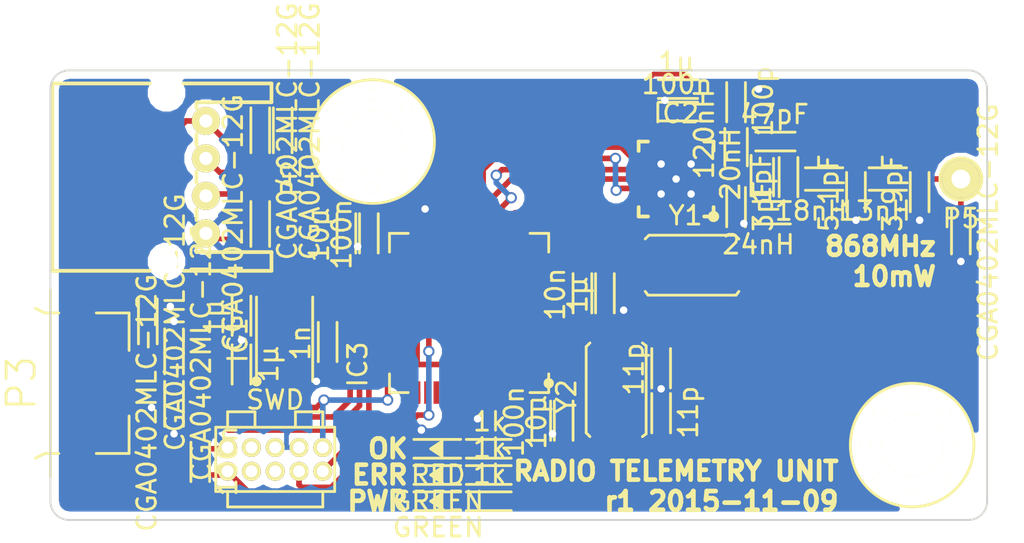
<source format=kicad_pcb>
(kicad_pcb (version 4) (host pcbnew 0.201511061201+6302~30~ubuntu14.04.1-product)

  (general
    (links 116)
    (no_connects 11)
    (area 147.025 96.144047 202.086905 125.325)
    (thickness 1.6)
    (drawings 13)
    (tracks 346)
    (zones 0)
    (modules 49)
    (nets 35)
  )

  (page A4)
  (layers
    (0 F.Cu signal)
    (31 B.Cu signal)
    (32 B.Adhes user)
    (33 F.Adhes user)
    (34 B.Paste user)
    (35 F.Paste user)
    (36 B.SilkS user)
    (37 F.SilkS user)
    (38 B.Mask user)
    (39 F.Mask user)
    (40 Dwgs.User user)
    (41 Cmts.User user)
    (42 Eco1.User user)
    (43 Eco2.User user)
    (44 Edge.Cuts user)
    (45 Margin user)
    (46 B.CrtYd user)
    (47 F.CrtYd user)
    (48 B.Fab user)
    (49 F.Fab user)
  )

  (setup
    (last_trace_width 0.3)
    (user_trace_width 0.2)
    (user_trace_width 0.25)
    (user_trace_width 0.3)
    (user_trace_width 0.5)
    (user_trace_width 0.8)
    (user_trace_width 1)
    (trace_clearance 0.15)
    (zone_clearance 0.508)
    (zone_45_only no)
    (trace_min 0.2)
    (segment_width 0.2)
    (edge_width 0.1)
    (via_size 0.6)
    (via_drill 0.4)
    (via_min_size 0.4)
    (via_min_drill 0.3)
    (uvia_size 0.3)
    (uvia_drill 0.1)
    (uvias_allowed no)
    (uvia_min_size 0.2)
    (uvia_min_drill 0.1)
    (pcb_text_width 0.3)
    (pcb_text_size 1.5 1.5)
    (mod_edge_width 0.15)
    (mod_text_size 1 1)
    (mod_text_width 0.15)
    (pad_size 1.5 1.5)
    (pad_drill 0.6)
    (pad_to_mask_clearance 0)
    (aux_axis_origin 0 0)
    (visible_elements FFFCFF1F)
    (pcbplotparams
      (layerselection 0x010f0_80000001)
      (usegerberextensions true)
      (excludeedgelayer true)
      (linewidth 0.100000)
      (plotframeref false)
      (viasonmask false)
      (mode 1)
      (useauxorigin false)
      (hpglpennumber 1)
      (hpglpenspeed 20)
      (hpglpendiameter 15)
      (hpglpenoverlay 2)
      (psnegative false)
      (psa4output false)
      (plotreference false)
      (plotvalue false)
      (plotinvisibletext false)
      (padsonsilk false)
      (subtractmaskfromsilk true)
      (outputformat 1)
      (mirror false)
      (drillshape 0)
      (scaleselection 1)
      (outputdirectory gerbers2/))
  )

  (net 0 "")
  (net 1 +BATT)
  (net 2 GND)
  (net 3 +3V3)
  (net 4 "Net-(C3-Pad1)")
  (net 5 "Net-(C4-Pad2)")
  (net 6 "Net-(C7-Pad1)")
  (net 7 "Net-(C14-Pad1)")
  (net 8 "Net-(C14-Pad2)")
  (net 9 "Net-(C15-Pad1)")
  (net 10 "Net-(C16-Pad1)")
  (net 11 /nRST)
  (net 12 "Net-(C21-Pad1)")
  (net 13 "Net-(C22-Pad1)")
  (net 14 /UART_RX)
  (net 15 /UART_TX)
  (net 16 /USB_DP)
  (net 17 /USB_DM)
  (net 18 "Net-(D9-Pad2)")
  (net 19 "Net-(D10-Pad2)")
  (net 20 "Net-(D11-Pad2)")
  (net 21 /SI_SDN)
  (net 22 /SI_GPIO0)
  (net 23 /SI_GPIO1)
  (net 24 /SI_NIRQ)
  (net 25 /SI_SCK)
  (net 26 /SI_MISO)
  (net 27 /SI_MOSI)
  (net 28 /SI_NSS)
  (net 29 /SWDIO)
  (net 30 /SWCLK)
  (net 31 "Net-(IC3-Pad45)")
  (net 32 "Net-(IC3-Pad46)")
  (net 33 "Net-(IC2-Pad16)")
  (net 34 "Net-(IC2-Pad17)")

  (net_class Default "This is the default net class."
    (clearance 0.15)
    (trace_width 0.25)
    (via_dia 0.6)
    (via_drill 0.4)
    (uvia_dia 0.3)
    (uvia_drill 0.1)
    (add_net +3V3)
    (add_net +BATT)
    (add_net /SI_GPIO0)
    (add_net /SI_GPIO1)
    (add_net /SI_MISO)
    (add_net /SI_MOSI)
    (add_net /SI_NIRQ)
    (add_net /SI_NSS)
    (add_net /SI_SCK)
    (add_net /SI_SDN)
    (add_net /SWCLK)
    (add_net /SWDIO)
    (add_net /UART_RX)
    (add_net /UART_TX)
    (add_net /USB_DM)
    (add_net /USB_DP)
    (add_net /nRST)
    (add_net GND)
    (add_net "Net-(C14-Pad1)")
    (add_net "Net-(C14-Pad2)")
    (add_net "Net-(C15-Pad1)")
    (add_net "Net-(C16-Pad1)")
    (add_net "Net-(C21-Pad1)")
    (add_net "Net-(C22-Pad1)")
    (add_net "Net-(C3-Pad1)")
    (add_net "Net-(C4-Pad2)")
    (add_net "Net-(C7-Pad1)")
    (add_net "Net-(D10-Pad2)")
    (add_net "Net-(D11-Pad2)")
    (add_net "Net-(D9-Pad2)")
    (add_net "Net-(IC2-Pad16)")
    (add_net "Net-(IC2-Pad17)")
    (add_net "Net-(IC3-Pad45)")
    (add_net "Net-(IC3-Pad46)")
  )

  (module radtel:C0603 (layer F.Cu) (tedit 53CD4DE5) (tstamp 56410906)
    (at 160.2 112.4 270)
    (path /563E9A04)
    (fp_text reference C1 (at 0.7 -1.35 270) (layer F.SilkS) hide
      (effects (font (size 1 1) (thickness 0.15)))
    )
    (fp_text value 1µ (at 0.75 1.45 270) (layer F.SilkS)
      (effects (font (size 1 1) (thickness 0.15)))
    )
    (fp_line (start 1.75 0.5) (end -0.35 0.5) (layer F.SilkS) (width 0.15))
    (fp_line (start -0.35 -0.5) (end 1.75 -0.5) (layer F.SilkS) (width 0.15))
    (pad 1 smd rect (at 0 0 270) (size 0.7 0.8) (layers F.Cu F.Paste F.Mask)
      (net 1 +BATT))
    (pad 2 smd rect (at 1.4 0 270) (size 0.7 0.8) (layers F.Cu F.Paste F.Mask)
      (net 2 GND))
  )

  (module radtel:C0603 (layer F.Cu) (tedit 53CD4DE5) (tstamp 5641090E)
    (at 160.2 116.4 90)
    (path /563E9E20)
    (fp_text reference C2 (at 0.7 -1.35 90) (layer F.SilkS) hide
      (effects (font (size 1 1) (thickness 0.15)))
    )
    (fp_text value 1µ (at 0.75 1.45 90) (layer F.SilkS)
      (effects (font (size 1 1) (thickness 0.15)))
    )
    (fp_line (start 1.75 0.5) (end -0.35 0.5) (layer F.SilkS) (width 0.15))
    (fp_line (start -0.35 -0.5) (end 1.75 -0.5) (layer F.SilkS) (width 0.15))
    (pad 1 smd rect (at 0 0 90) (size 0.7 0.8) (layers F.Cu F.Paste F.Mask)
      (net 3 +3V3))
    (pad 2 smd rect (at 1.4 0 90) (size 0.7 0.8) (layers F.Cu F.Paste F.Mask)
      (net 2 GND))
  )

  (module radtel:C0603 (layer F.Cu) (tedit 53CD4DE5) (tstamp 56410916)
    (at 164.8 113.8 270)
    (path /563EA200)
    (fp_text reference C3 (at 0.7 -1.35 270) (layer F.SilkS) hide
      (effects (font (size 1 1) (thickness 0.15)))
    )
    (fp_text value 1n (at 0.75 1.45 270) (layer F.SilkS)
      (effects (font (size 1 1) (thickness 0.15)))
    )
    (fp_line (start 1.75 0.5) (end -0.35 0.5) (layer F.SilkS) (width 0.15))
    (fp_line (start -0.35 -0.5) (end 1.75 -0.5) (layer F.SilkS) (width 0.15))
    (pad 1 smd rect (at 0 0 270) (size 0.7 0.8) (layers F.Cu F.Paste F.Mask)
      (net 4 "Net-(C3-Pad1)"))
    (pad 2 smd rect (at 1.4 0 270) (size 0.7 0.8) (layers F.Cu F.Paste F.Mask)
      (net 3 +3V3))
  )

  (module radtel:C0603 (layer F.Cu) (tedit 53CD4DE5) (tstamp 5641091E)
    (at 186.6 108 90)
    (path /56400784)
    (fp_text reference C4 (at 0.7 -1.35 90) (layer F.SilkS) hide
      (effects (font (size 1 1) (thickness 0.15)))
    )
    (fp_text value 3pF (at 0.75 1.45 90) (layer F.SilkS)
      (effects (font (size 1 1) (thickness 0.15)))
    )
    (fp_line (start 1.75 0.5) (end -0.35 0.5) (layer F.SilkS) (width 0.15))
    (fp_line (start -0.35 -0.5) (end 1.75 -0.5) (layer F.SilkS) (width 0.15))
    (pad 1 smd rect (at 0 0 90) (size 0.7 0.8) (layers F.Cu F.Paste F.Mask)
      (net 2 GND))
    (pad 2 smd rect (at 1.4 0 90) (size 0.7 0.8) (layers F.Cu F.Paste F.Mask)
      (net 5 "Net-(C4-Pad2)"))
  )

  (module radtel:C0603 (layer F.Cu) (tedit 53CD4DE5) (tstamp 56410926)
    (at 184.2 101 180)
    (path /563F422A)
    (fp_text reference C5 (at 0.7 -1.35 180) (layer F.SilkS) hide
      (effects (font (size 1 1) (thickness 0.15)))
    )
    (fp_text value 1µ (at 0.75 1.45 180) (layer F.SilkS)
      (effects (font (size 1 1) (thickness 0.15)))
    )
    (fp_line (start 1.75 0.5) (end -0.35 0.5) (layer F.SilkS) (width 0.15))
    (fp_line (start -0.35 -0.5) (end 1.75 -0.5) (layer F.SilkS) (width 0.15))
    (pad 1 smd rect (at 0 0 180) (size 0.7 0.8) (layers F.Cu F.Paste F.Mask)
      (net 3 +3V3))
    (pad 2 smd rect (at 1.4 0 180) (size 0.7 0.8) (layers F.Cu F.Paste F.Mask)
      (net 2 GND))
  )

  (module radtel:C0603 (layer F.Cu) (tedit 53CD4DE5) (tstamp 5641092E)
    (at 184.2 102.2 180)
    (path /563F412D)
    (fp_text reference C6 (at 0.7 -1.35 180) (layer F.SilkS) hide
      (effects (font (size 1 1) (thickness 0.15)))
    )
    (fp_text value 100n (at 0.75 1.45 180) (layer F.SilkS)
      (effects (font (size 1 1) (thickness 0.15)))
    )
    (fp_line (start 1.75 0.5) (end -0.35 0.5) (layer F.SilkS) (width 0.15))
    (fp_line (start -0.35 -0.5) (end 1.75 -0.5) (layer F.SilkS) (width 0.15))
    (pad 1 smd rect (at 0 0 180) (size 0.7 0.8) (layers F.Cu F.Paste F.Mask)
      (net 3 +3V3))
    (pad 2 smd rect (at 1.4 0 180) (size 0.7 0.8) (layers F.Cu F.Paste F.Mask)
      (net 2 GND))
  )

  (module radtel:C0603 (layer F.Cu) (tedit 53CD4DE5) (tstamp 56410936)
    (at 189.4 105 270)
    (path /563FFDC9)
    (fp_text reference C7 (at 0.7 -1.35 270) (layer F.SilkS) hide
      (effects (font (size 1 1) (thickness 0.15)))
    )
    (fp_text value 1pF (at 0.75 1.45 270) (layer F.SilkS)
      (effects (font (size 1 1) (thickness 0.15)))
    )
    (fp_line (start 1.75 0.5) (end -0.35 0.5) (layer F.SilkS) (width 0.15))
    (fp_line (start -0.35 -0.5) (end 1.75 -0.5) (layer F.SilkS) (width 0.15))
    (pad 1 smd rect (at 0 0 270) (size 0.7 0.8) (layers F.Cu F.Paste F.Mask)
      (net 6 "Net-(C7-Pad1)"))
    (pad 2 smd rect (at 1.4 0 270) (size 0.7 0.8) (layers F.Cu F.Paste F.Mask)
      (net 7 "Net-(C14-Pad1)"))
  )

  (module radtel:C0603 (layer F.Cu) (tedit 53CD4DE5) (tstamp 5641093E)
    (at 165.8 108 270)
    (path /563E7307)
    (fp_text reference C8 (at 0.7 -1.35 270) (layer F.SilkS) hide
      (effects (font (size 1 1) (thickness 0.15)))
    )
    (fp_text value 10µ (at 0.75 1.45 270) (layer F.SilkS)
      (effects (font (size 1 1) (thickness 0.15)))
    )
    (fp_line (start 1.75 0.5) (end -0.35 0.5) (layer F.SilkS) (width 0.15))
    (fp_line (start -0.35 -0.5) (end 1.75 -0.5) (layer F.SilkS) (width 0.15))
    (pad 1 smd rect (at 0 0 270) (size 0.7 0.8) (layers F.Cu F.Paste F.Mask)
      (net 3 +3V3))
    (pad 2 smd rect (at 1.4 0 270) (size 0.7 0.8) (layers F.Cu F.Paste F.Mask)
      (net 2 GND))
  )

  (module radtel:C0603 (layer F.Cu) (tedit 53CD4DE5) (tstamp 56410946)
    (at 177.4 118 270)
    (path /563E7366)
    (fp_text reference C9 (at 0.7 -1.35 270) (layer F.SilkS) hide
      (effects (font (size 1 1) (thickness 0.15)))
    )
    (fp_text value 10µ (at 0.75 1.45 270) (layer F.SilkS)
      (effects (font (size 1 1) (thickness 0.15)))
    )
    (fp_line (start 1.75 0.5) (end -0.35 0.5) (layer F.SilkS) (width 0.15))
    (fp_line (start -0.35 -0.5) (end 1.75 -0.5) (layer F.SilkS) (width 0.15))
    (pad 1 smd rect (at 0 0 270) (size 0.7 0.8) (layers F.Cu F.Paste F.Mask)
      (net 3 +3V3))
    (pad 2 smd rect (at 1.4 0 270) (size 0.7 0.8) (layers F.Cu F.Paste F.Mask)
      (net 2 GND))
  )

  (module radtel:C0603 (layer F.Cu) (tedit 53CD4DE5) (tstamp 5641094E)
    (at 179.6 111.2 270)
    (path /563E73D3)
    (fp_text reference C10 (at 0.7 -1.35 270) (layer F.SilkS) hide
      (effects (font (size 1 1) (thickness 0.15)))
    )
    (fp_text value 1µ (at 0.75 1.45 270) (layer F.SilkS)
      (effects (font (size 1 1) (thickness 0.15)))
    )
    (fp_line (start 1.75 0.5) (end -0.35 0.5) (layer F.SilkS) (width 0.15))
    (fp_line (start -0.35 -0.5) (end 1.75 -0.5) (layer F.SilkS) (width 0.15))
    (pad 1 smd rect (at 0 0 270) (size 0.7 0.8) (layers F.Cu F.Paste F.Mask)
      (net 3 +3V3))
    (pad 2 smd rect (at 1.4 0 270) (size 0.7 0.8) (layers F.Cu F.Paste F.Mask)
      (net 2 GND))
  )

  (module radtel:C0603 (layer F.Cu) (tedit 53CD4DE5) (tstamp 56410956)
    (at 176.2 118 270)
    (path /563E742B)
    (fp_text reference C11 (at 0.7 -1.35 270) (layer F.SilkS) hide
      (effects (font (size 1 1) (thickness 0.15)))
    )
    (fp_text value 100n (at 0.75 1.45 270) (layer F.SilkS)
      (effects (font (size 1 1) (thickness 0.15)))
    )
    (fp_line (start 1.75 0.5) (end -0.35 0.5) (layer F.SilkS) (width 0.15))
    (fp_line (start -0.35 -0.5) (end 1.75 -0.5) (layer F.SilkS) (width 0.15))
    (pad 1 smd rect (at 0 0 270) (size 0.7 0.8) (layers F.Cu F.Paste F.Mask)
      (net 3 +3V3))
    (pad 2 smd rect (at 1.4 0 270) (size 0.7 0.8) (layers F.Cu F.Paste F.Mask)
      (net 2 GND))
  )

  (module radtel:C0603 (layer F.Cu) (tedit 53CD4DE5) (tstamp 5641095E)
    (at 167 108 270)
    (path /563E7476)
    (fp_text reference C12 (at 0.7 -1.35 270) (layer F.SilkS) hide
      (effects (font (size 1 1) (thickness 0.15)))
    )
    (fp_text value 100n (at 0.75 1.45 270) (layer F.SilkS)
      (effects (font (size 1 1) (thickness 0.15)))
    )
    (fp_line (start 1.75 0.5) (end -0.35 0.5) (layer F.SilkS) (width 0.15))
    (fp_line (start -0.35 -0.5) (end 1.75 -0.5) (layer F.SilkS) (width 0.15))
    (pad 1 smd rect (at 0 0 270) (size 0.7 0.8) (layers F.Cu F.Paste F.Mask)
      (net 3 +3V3))
    (pad 2 smd rect (at 1.4 0 270) (size 0.7 0.8) (layers F.Cu F.Paste F.Mask)
      (net 2 GND))
  )

  (module radtel:C0603 (layer F.Cu) (tedit 53CD4DE5) (tstamp 56410966)
    (at 178.4 111.2 270)
    (path /563E74CA)
    (fp_text reference C13 (at 0.7 -1.35 270) (layer F.SilkS) hide
      (effects (font (size 1 1) (thickness 0.15)))
    )
    (fp_text value 10n (at 0.75 1.45 270) (layer F.SilkS)
      (effects (font (size 1 1) (thickness 0.15)))
    )
    (fp_line (start 1.75 0.5) (end -0.35 0.5) (layer F.SilkS) (width 0.15))
    (fp_line (start -0.35 -0.5) (end 1.75 -0.5) (layer F.SilkS) (width 0.15))
    (pad 1 smd rect (at 0 0 270) (size 0.7 0.8) (layers F.Cu F.Paste F.Mask)
      (net 3 +3V3))
    (pad 2 smd rect (at 1.4 0 270) (size 0.7 0.8) (layers F.Cu F.Paste F.Mask)
      (net 2 GND))
  )

  (module radtel:C0603 (layer F.Cu) (tedit 53CD4DE5) (tstamp 5641096E)
    (at 189.4 103.8 180)
    (path /563FF660)
    (fp_text reference C14 (at 0.7 -1.35 180) (layer F.SilkS) hide
      (effects (font (size 1 1) (thickness 0.15)))
    )
    (fp_text value 47pF (at 0.75 1.45 180) (layer F.SilkS)
      (effects (font (size 1 1) (thickness 0.15)))
    )
    (fp_line (start 1.75 0.5) (end -0.35 0.5) (layer F.SilkS) (width 0.15))
    (fp_line (start -0.35 -0.5) (end 1.75 -0.5) (layer F.SilkS) (width 0.15))
    (pad 1 smd rect (at 0 0 180) (size 0.7 0.8) (layers F.Cu F.Paste F.Mask)
      (net 7 "Net-(C14-Pad1)"))
    (pad 2 smd rect (at 1.4 0 180) (size 0.7 0.8) (layers F.Cu F.Paste F.Mask)
      (net 8 "Net-(C14-Pad2)"))
  )

  (module radtel:C0603 (layer F.Cu) (tedit 53CD4DE5) (tstamp 56410976)
    (at 193 105.8 270)
    (path /56401C60)
    (fp_text reference C15 (at 0.7 -1.35 270) (layer F.SilkS) hide
      (effects (font (size 1 1) (thickness 0.15)))
    )
    (fp_text value 5.1pF (at 0.75 1.45 270) (layer F.SilkS)
      (effects (font (size 1 1) (thickness 0.15)))
    )
    (fp_line (start 1.75 0.5) (end -0.35 0.5) (layer F.SilkS) (width 0.15))
    (fp_line (start -0.35 -0.5) (end 1.75 -0.5) (layer F.SilkS) (width 0.15))
    (pad 1 smd rect (at 0 0 270) (size 0.7 0.8) (layers F.Cu F.Paste F.Mask)
      (net 9 "Net-(C15-Pad1)"))
    (pad 2 smd rect (at 1.4 0 270) (size 0.7 0.8) (layers F.Cu F.Paste F.Mask)
      (net 2 GND))
  )

  (module radtel:C0603 (layer F.Cu) (tedit 53CD4DE5) (tstamp 5641097E)
    (at 196.4 105.8 270)
    (path /56401D6C)
    (fp_text reference C16 (at 0.7 -1.35 270) (layer F.SilkS) hide
      (effects (font (size 1 1) (thickness 0.15)))
    )
    (fp_text value 3.9pF (at 0.75 1.45 270) (layer F.SilkS)
      (effects (font (size 1 1) (thickness 0.15)))
    )
    (fp_line (start 1.75 0.5) (end -0.35 0.5) (layer F.SilkS) (width 0.15))
    (fp_line (start -0.35 -0.5) (end 1.75 -0.5) (layer F.SilkS) (width 0.15))
    (pad 1 smd rect (at 0 0 270) (size 0.7 0.8) (layers F.Cu F.Paste F.Mask)
      (net 10 "Net-(C16-Pad1)"))
    (pad 2 smd rect (at 1.4 0 270) (size 0.7 0.8) (layers F.Cu F.Paste F.Mask)
      (net 2 GND))
  )

  (module radtel:C0603 (layer F.Cu) (tedit 53CD4DE5) (tstamp 5641098E)
    (at 186.6 102.4 90)
    (path /563FF03E)
    (fp_text reference C18 (at 0.7 -1.35 90) (layer F.SilkS) hide
      (effects (font (size 1 1) (thickness 0.15)))
    )
    (fp_text value 100p (at 0.75 1.45 90) (layer F.SilkS)
      (effects (font (size 1 1) (thickness 0.15)))
    )
    (fp_line (start 1.75 0.5) (end -0.35 0.5) (layer F.SilkS) (width 0.15))
    (fp_line (start -0.35 -0.5) (end 1.75 -0.5) (layer F.SilkS) (width 0.15))
    (pad 1 smd rect (at 0 0 90) (size 0.7 0.8) (layers F.Cu F.Paste F.Mask)
      (net 3 +3V3))
    (pad 2 smd rect (at 1.4 0 90) (size 0.7 0.8) (layers F.Cu F.Paste F.Mask)
      (net 2 GND))
  )

  (module radtel:C0603 (layer F.Cu) (tedit 53CD4DE5) (tstamp 5641099E)
    (at 158 121.6 90)
    (path /563EDCCB)
    (fp_text reference C20 (at 0.7 -1.35 90) (layer F.SilkS) hide
      (effects (font (size 1 1) (thickness 0.15)))
    )
    (fp_text value 100n (at 0.75 1.45 90) (layer F.SilkS)
      (effects (font (size 1 1) (thickness 0.15)))
    )
    (fp_line (start 1.75 0.5) (end -0.35 0.5) (layer F.SilkS) (width 0.15))
    (fp_line (start -0.35 -0.5) (end 1.75 -0.5) (layer F.SilkS) (width 0.15))
    (pad 1 smd rect (at 0 0 90) (size 0.7 0.8) (layers F.Cu F.Paste F.Mask)
      (net 11 /nRST))
    (pad 2 smd rect (at 1.4 0 90) (size 0.7 0.8) (layers F.Cu F.Paste F.Mask)
      (net 2 GND))
  )

  (module radtel:C0603 (layer F.Cu) (tedit 53CD4DE5) (tstamp 564109A6)
    (at 182.6 119 90)
    (path /563ED148)
    (fp_text reference C21 (at 0.7 -1.35 90) (layer F.SilkS) hide
      (effects (font (size 1 1) (thickness 0.15)))
    )
    (fp_text value 11p (at 0.75 1.45 90) (layer F.SilkS)
      (effects (font (size 1 1) (thickness 0.15)))
    )
    (fp_line (start 1.75 0.5) (end -0.35 0.5) (layer F.SilkS) (width 0.15))
    (fp_line (start -0.35 -0.5) (end 1.75 -0.5) (layer F.SilkS) (width 0.15))
    (pad 1 smd rect (at 0 0 90) (size 0.7 0.8) (layers F.Cu F.Paste F.Mask)
      (net 12 "Net-(C21-Pad1)"))
    (pad 2 smd rect (at 1.4 0 90) (size 0.7 0.8) (layers F.Cu F.Paste F.Mask)
      (net 2 GND))
  )

  (module radtel:C0603 (layer F.Cu) (tedit 53CD4DE5) (tstamp 564109AE)
    (at 182.6 115.2 270)
    (path /563ED210)
    (fp_text reference C22 (at 0.7 -1.35 270) (layer F.SilkS) hide
      (effects (font (size 1 1) (thickness 0.15)))
    )
    (fp_text value 11p (at 0.75 1.45 270) (layer F.SilkS)
      (effects (font (size 1 1) (thickness 0.15)))
    )
    (fp_line (start 1.75 0.5) (end -0.35 0.5) (layer F.SilkS) (width 0.15))
    (fp_line (start -0.35 -0.5) (end 1.75 -0.5) (layer F.SilkS) (width 0.15))
    (pad 1 smd rect (at 0 0 270) (size 0.7 0.8) (layers F.Cu F.Paste F.Mask)
      (net 13 "Net-(C22-Pad1)"))
    (pad 2 smd rect (at 1.4 0 270) (size 0.7 0.8) (layers F.Cu F.Paste F.Mask)
      (net 2 GND))
  )

  (module radtel:R0603 (layer F.Cu) (tedit 53CDA429) (tstamp 564109BE)
    (at 161.2 107.4 270)
    (path /563EA71F)
    (fp_text reference D2 (at 0.7 -1.35 270) (layer F.SilkS) hide
      (effects (font (size 1 1) (thickness 0.15)))
    )
    (fp_text value CGA0402MLC-12G (at 0.75 1.45 270) (layer F.SilkS)
      (effects (font (size 1 1) (thickness 0.15)))
    )
    (fp_line (start -0.4 0.5) (end 2 0.5) (layer F.SilkS) (width 0.15))
    (fp_line (start -0.4 -0.5) (end 2 -0.5) (layer F.SilkS) (width 0.15))
    (pad 1 smd rect (at 0 0 270) (size 0.8 0.8) (layers F.Cu F.Paste F.Mask)
      (net 14 /UART_RX))
    (pad 2 smd rect (at 1.6 0 270) (size 0.8 0.8) (layers F.Cu F.Paste F.Mask)
      (net 2 GND))
  )

  (module radtel:R0603 (layer F.Cu) (tedit 53CDA429) (tstamp 564109C6)
    (at 162.4 104 90)
    (path /563E7A1A)
    (fp_text reference D3 (at 0.7 -1.35 90) (layer F.SilkS) hide
      (effects (font (size 1 1) (thickness 0.15)))
    )
    (fp_text value CGA0402MLC-12G (at 0.75 1.45 90) (layer F.SilkS)
      (effects (font (size 1 1) (thickness 0.15)))
    )
    (fp_line (start -0.4 0.5) (end 2 0.5) (layer F.SilkS) (width 0.15))
    (fp_line (start -0.4 -0.5) (end 2 -0.5) (layer F.SilkS) (width 0.15))
    (pad 1 smd rect (at 0 0 90) (size 0.8 0.8) (layers F.Cu F.Paste F.Mask)
      (net 15 /UART_TX))
    (pad 2 smd rect (at 1.6 0 90) (size 0.8 0.8) (layers F.Cu F.Paste F.Mask)
      (net 2 GND))
  )

  (module radtel:R0603 (layer F.Cu) (tedit 53CDA429) (tstamp 564109CE)
    (at 161.2 104 90)
    (path /563E7A9B)
    (fp_text reference D4 (at 0.7 -1.35 90) (layer F.SilkS) hide
      (effects (font (size 1 1) (thickness 0.15)))
    )
    (fp_text value CGA0402MLC-12G (at 0.75 1.45 90) (layer F.SilkS)
      (effects (font (size 1 1) (thickness 0.15)))
    )
    (fp_line (start -0.4 0.5) (end 2 0.5) (layer F.SilkS) (width 0.15))
    (fp_line (start -0.4 -0.5) (end 2 -0.5) (layer F.SilkS) (width 0.15))
    (pad 1 smd rect (at 0 0 90) (size 0.8 0.8) (layers F.Cu F.Paste F.Mask)
      (net 1 +BATT))
    (pad 2 smd rect (at 1.6 0 90) (size 0.8 0.8) (layers F.Cu F.Paste F.Mask)
      (net 2 GND))
  )

  (module radtel:R0603 (layer F.Cu) (tedit 53CDA429) (tstamp 564109D6)
    (at 156.6 117 270)
    (path /563E7F77)
    (fp_text reference D5 (at 0.7 -1.35 270) (layer F.SilkS) hide
      (effects (font (size 1 1) (thickness 0.15)))
    )
    (fp_text value CGA0402MLC-12G (at 0.75 1.45 270) (layer F.SilkS)
      (effects (font (size 1 1) (thickness 0.15)))
    )
    (fp_line (start -0.4 0.5) (end 2 0.5) (layer F.SilkS) (width 0.15))
    (fp_line (start -0.4 -0.5) (end 2 -0.5) (layer F.SilkS) (width 0.15))
    (pad 1 smd rect (at 0 0 270) (size 0.8 0.8) (layers F.Cu F.Paste F.Mask)
      (net 16 /USB_DP))
    (pad 2 smd rect (at 1.6 0 270) (size 0.8 0.8) (layers F.Cu F.Paste F.Mask)
      (net 2 GND))
  )

  (module radtel:R0603 (layer F.Cu) (tedit 53CDA429) (tstamp 564109DE)
    (at 156.6 115.8 90)
    (path /563E7E9A)
    (fp_text reference D6 (at 0.7 -1.35 90) (layer F.SilkS) hide
      (effects (font (size 1 1) (thickness 0.15)))
    )
    (fp_text value CGA0402MLC-12G (at 0.75 1.45 90) (layer F.SilkS)
      (effects (font (size 1 1) (thickness 0.15)))
    )
    (fp_line (start -0.4 0.5) (end 2 0.5) (layer F.SilkS) (width 0.15))
    (fp_line (start -0.4 -0.5) (end 2 -0.5) (layer F.SilkS) (width 0.15))
    (pad 1 smd rect (at 0 0 90) (size 0.8 0.8) (layers F.Cu F.Paste F.Mask)
      (net 17 /USB_DM))
    (pad 2 smd rect (at 1.6 0 90) (size 0.8 0.8) (layers F.Cu F.Paste F.Mask)
      (net 2 GND))
  )

  (module radtel:R0603 (layer F.Cu) (tedit 53CDA429) (tstamp 564109E6)
    (at 155.2 114.2 90)
    (path /563E7F19)
    (fp_text reference D7 (at 0.7 -1.35 90) (layer F.SilkS) hide
      (effects (font (size 1 1) (thickness 0.15)))
    )
    (fp_text value CGA0402MLC-12G (at 0.75 1.45 90) (layer F.SilkS)
      (effects (font (size 1 1) (thickness 0.15)))
    )
    (fp_line (start -0.4 0.5) (end 2 0.5) (layer F.SilkS) (width 0.15))
    (fp_line (start -0.4 -0.5) (end 2 -0.5) (layer F.SilkS) (width 0.15))
    (pad 1 smd rect (at 0 0 90) (size 0.8 0.8) (layers F.Cu F.Paste F.Mask)
      (net 1 +BATT))
    (pad 2 smd rect (at 1.6 0 90) (size 0.8 0.8) (layers F.Cu F.Paste F.Mask)
      (net 2 GND))
  )

  (module radtel:R0603 (layer F.Cu) (tedit 53CDA429) (tstamp 564109EE)
    (at 198.6 109.4 90)
    (path /563E7C7E)
    (fp_text reference D8 (at 0.7 -1.35 90) (layer F.SilkS) hide
      (effects (font (size 1 1) (thickness 0.15)))
    )
    (fp_text value CGA0402MLC-12G (at 0.75 1.45 90) (layer F.SilkS)
      (effects (font (size 1 1) (thickness 0.15)))
    )
    (fp_line (start -0.4 0.5) (end 2 0.5) (layer F.SilkS) (width 0.15))
    (fp_line (start -0.4 -0.5) (end 2 -0.5) (layer F.SilkS) (width 0.15))
    (pad 1 smd rect (at 0 0 90) (size 0.8 0.8) (layers F.Cu F.Paste F.Mask)
      (net 2 GND))
    (pad 2 smd rect (at 1.6 0 90) (size 0.8 0.8) (layers F.Cu F.Paste F.Mask)
      (net 10 "Net-(C16-Pad1)"))
  )

  (module radtel:LED0603 (layer F.Cu) (tedit 55A29F0A) (tstamp 564109FE)
    (at 169.8 121.6)
    (path /563E71D2)
    (fp_text reference D9 (at 0.8 -1.3) (layer F.SilkS) hide
      (effects (font (size 1 1) (thickness 0.15)))
    )
    (fp_text value GREEN (at 0.9 1.4) (layer F.SilkS)
      (effects (font (size 1 1) (thickness 0.15)))
    )
    (fp_line (start 0.9 0.2) (end 1 0.2) (layer F.SilkS) (width 0.15))
    (fp_line (start 0.7 0.1) (end 1 0.1) (layer F.SilkS) (width 0.15))
    (fp_line (start 0.9 -0.2) (end 1 -0.2) (layer F.SilkS) (width 0.15))
    (fp_line (start 0.8 -0.1) (end 1 -0.1) (layer F.SilkS) (width 0.15))
    (fp_line (start 0.6 0) (end 1 0) (layer F.SilkS) (width 0.15))
    (fp_line (start 1.1 -0.4) (end 1.1 0.4) (layer F.SilkS) (width 0.15))
    (fp_line (start 1.1 0.4) (end 0.5 0) (layer F.SilkS) (width 0.15))
    (fp_line (start 0.5 0) (end 1.1 -0.4) (layer F.SilkS) (width 0.15))
    (fp_line (start -0.4 0.5) (end 2.1 0.5) (layer F.SilkS) (width 0.15))
    (fp_line (start -0.4 -0.5) (end 2.1 -0.5) (layer F.SilkS) (width 0.15))
    (pad 1 smd rect (at 0 0) (size 0.8 0.8) (layers F.Cu F.Paste F.Mask)
      (net 2 GND))
    (pad 2 smd rect (at 1.65 0) (size 0.8 0.8) (layers F.Cu F.Paste F.Mask)
      (net 18 "Net-(D9-Pad2)"))
  )

  (module radtel:LED0603 (layer F.Cu) (tedit 55A29F0A) (tstamp 56410A0E)
    (at 169.8 120.2)
    (path /563E7250)
    (fp_text reference D10 (at 0.8 -1.3) (layer F.SilkS) hide
      (effects (font (size 1 1) (thickness 0.15)))
    )
    (fp_text value RED (at 0.9 1.4) (layer F.SilkS)
      (effects (font (size 1 1) (thickness 0.15)))
    )
    (fp_line (start 0.9 0.2) (end 1 0.2) (layer F.SilkS) (width 0.15))
    (fp_line (start 0.7 0.1) (end 1 0.1) (layer F.SilkS) (width 0.15))
    (fp_line (start 0.9 -0.2) (end 1 -0.2) (layer F.SilkS) (width 0.15))
    (fp_line (start 0.8 -0.1) (end 1 -0.1) (layer F.SilkS) (width 0.15))
    (fp_line (start 0.6 0) (end 1 0) (layer F.SilkS) (width 0.15))
    (fp_line (start 1.1 -0.4) (end 1.1 0.4) (layer F.SilkS) (width 0.15))
    (fp_line (start 1.1 0.4) (end 0.5 0) (layer F.SilkS) (width 0.15))
    (fp_line (start 0.5 0) (end 1.1 -0.4) (layer F.SilkS) (width 0.15))
    (fp_line (start -0.4 0.5) (end 2.1 0.5) (layer F.SilkS) (width 0.15))
    (fp_line (start -0.4 -0.5) (end 2.1 -0.5) (layer F.SilkS) (width 0.15))
    (pad 1 smd rect (at 0 0) (size 0.8 0.8) (layers F.Cu F.Paste F.Mask)
      (net 2 GND))
    (pad 2 smd rect (at 1.65 0) (size 0.8 0.8) (layers F.Cu F.Paste F.Mask)
      (net 19 "Net-(D10-Pad2)"))
  )

  (module radtel:LED0603 (layer F.Cu) (tedit 55A29F0A) (tstamp 56410A1E)
    (at 169.8 123)
    (path /563E72A0)
    (fp_text reference D11 (at 0.8 -1.3) (layer F.SilkS) hide
      (effects (font (size 1 1) (thickness 0.15)))
    )
    (fp_text value GREEN (at 0.9 1.4) (layer F.SilkS)
      (effects (font (size 1 1) (thickness 0.15)))
    )
    (fp_line (start 0.9 0.2) (end 1 0.2) (layer F.SilkS) (width 0.15))
    (fp_line (start 0.7 0.1) (end 1 0.1) (layer F.SilkS) (width 0.15))
    (fp_line (start 0.9 -0.2) (end 1 -0.2) (layer F.SilkS) (width 0.15))
    (fp_line (start 0.8 -0.1) (end 1 -0.1) (layer F.SilkS) (width 0.15))
    (fp_line (start 0.6 0) (end 1 0) (layer F.SilkS) (width 0.15))
    (fp_line (start 1.1 -0.4) (end 1.1 0.4) (layer F.SilkS) (width 0.15))
    (fp_line (start 1.1 0.4) (end 0.5 0) (layer F.SilkS) (width 0.15))
    (fp_line (start 0.5 0) (end 1.1 -0.4) (layer F.SilkS) (width 0.15))
    (fp_line (start -0.4 0.5) (end 2.1 0.5) (layer F.SilkS) (width 0.15))
    (fp_line (start -0.4 -0.5) (end 2.1 -0.5) (layer F.SilkS) (width 0.15))
    (pad 1 smd rect (at 0 0) (size 0.8 0.8) (layers F.Cu F.Paste F.Mask)
      (net 2 GND))
    (pad 2 smd rect (at 1.65 0) (size 0.8 0.8) (layers F.Cu F.Paste F.Mask)
      (net 20 "Net-(D11-Pad2)"))
  )

  (module radtel:MSOP8 (layer F.Cu) (tedit 53CD920E) (tstamp 56410A2E)
    (at 161.5 116.6 90)
    (path /563E719D)
    (fp_text reference IC1 (at 2.2 -1.5 90) (layer F.SilkS)
      (effects (font (size 1 1) (thickness 0.15)))
    )
    (fp_text value ADP3335 (at 2.5 3.5 90) (layer F.SilkS) hide
      (effects (font (size 1 1) (thickness 0.15)))
    )
    (fp_circle (center 0 -0.5) (end 0.2 -0.5) (layer F.SilkS) (width 0.15))
    (fp_circle (center 0 -0.5) (end 0.1 -0.5) (layer F.SilkS) (width 0.15))
    (fp_line (start 0 2.5) (end 4.5 2.5) (layer F.SilkS) (width 0.15))
    (fp_line (start 0 -0.5) (end 4.5 -0.5) (layer F.SilkS) (width 0.15))
    (pad 1 smd rect (at 0 0 90) (size 1.4 0.4) (layers F.Cu F.Paste F.Mask)
      (net 3 +3V3))
    (pad 2 smd rect (at 0 0.65 90) (size 1.4 0.4) (layers F.Cu F.Paste F.Mask)
      (net 3 +3V3))
    (pad 3 smd rect (at 0 1.3 90) (size 1.4 0.4) (layers F.Cu F.Paste F.Mask)
      (net 3 +3V3))
    (pad 4 smd rect (at 0 1.95 90) (size 1.4 0.4) (layers F.Cu F.Paste F.Mask)
      (net 2 GND))
    (pad 5 smd rect (at 4.4 1.95 90) (size 1.4 0.4) (layers F.Cu F.Paste F.Mask)
      (net 4 "Net-(C3-Pad1)"))
    (pad 6 smd rect (at 4.4 1.3 90) (size 1.4 0.4) (layers F.Cu F.Paste F.Mask)
      (net 1 +BATT))
    (pad 7 smd rect (at 4.4 0.65 90) (size 1.4 0.4) (layers F.Cu F.Paste F.Mask)
      (net 1 +BATT))
    (pad 8 smd rect (at 4.4 0 90) (size 1.4 0.4) (layers F.Cu F.Paste F.Mask)
      (net 1 +BATT))
  )

  (module radtel:Si4460 (layer F.Cu) (tedit 563E84C0) (tstamp 56410A51)
    (at 183.4 105.8 180)
    (path /563E7087)
    (fp_text reference IC2 (at 0 3.5 180) (layer F.SilkS)
      (effects (font (size 1 1) (thickness 0.15)))
    )
    (fp_text value Si4460 (at 0 -3.5 180) (layer F.Fab) hide
      (effects (font (size 1 1) (thickness 0.15)))
    )
    (fp_circle (center -2 -2) (end -2.2 -2) (layer F.SilkS) (width 0.2))
    (fp_circle (center -2 -2) (end -2.1 -2) (layer F.SilkS) (width 0.2))
    (fp_line (start 1.5 2) (end 2 2) (layer F.SilkS) (width 0.2))
    (fp_line (start 2 2) (end 2 1.5) (layer F.SilkS) (width 0.2))
    (fp_line (start -2 1.5) (end -2 2) (layer F.SilkS) (width 0.2))
    (fp_line (start -2 2) (end -1.5 2) (layer F.SilkS) (width 0.2))
    (fp_line (start 1.5 -2) (end 2 -2) (layer F.SilkS) (width 0.2))
    (fp_line (start 2 -2) (end 2 -1.5) (layer F.SilkS) (width 0.2))
    (fp_line (start -1.5 -2) (end -2 -2) (layer F.SilkS) (width 0.2))
    (fp_line (start -2 -2) (end -2 -1.5) (layer F.SilkS) (width 0.2))
    (pad 1 smd rect (at -2 -1 180) (size 0.7 0.25) (layers F.Cu F.Paste F.Mask)
      (net 21 /SI_SDN))
    (pad 2 smd rect (at -2 -0.5 180) (size 0.7 0.25) (layers F.Cu F.Paste F.Mask)
      (net 5 "Net-(C4-Pad2)"))
    (pad 3 smd rect (at -2 0 180) (size 0.7 0.25) (layers F.Cu F.Paste F.Mask)
      (net 6 "Net-(C7-Pad1)"))
    (pad 4 smd rect (at -2 0.5 180) (size 0.7 0.25) (layers F.Cu F.Paste F.Mask)
      (net 8 "Net-(C14-Pad2)"))
    (pad 5 smd rect (at -2 1 180) (size 0.7 0.25) (layers F.Cu F.Paste F.Mask))
    (pad 6 smd rect (at -1 2 180) (size 0.25 0.7) (layers F.Cu F.Paste F.Mask)
      (net 3 +3V3))
    (pad 7 smd rect (at -0.5 2 180) (size 0.25 0.7) (layers F.Cu F.Paste F.Mask))
    (pad 8 smd rect (at 0 2 180) (size 0.25 0.7) (layers F.Cu F.Paste F.Mask)
      (net 3 +3V3))
    (pad 9 smd rect (at 0.5 2 180) (size 0.25 0.7) (layers F.Cu F.Paste F.Mask)
      (net 22 /SI_GPIO0))
    (pad 10 smd rect (at 1 2 180) (size 0.25 0.7) (layers F.Cu F.Paste F.Mask)
      (net 23 /SI_GPIO1))
    (pad 11 smd rect (at 2 1 180) (size 0.7 0.25) (layers F.Cu F.Paste F.Mask)
      (net 24 /SI_NIRQ))
    (pad 12 smd rect (at 2 0.5 180) (size 0.7 0.25) (layers F.Cu F.Paste F.Mask)
      (net 25 /SI_SCK))
    (pad 13 smd rect (at 2 0 180) (size 0.7 0.25) (layers F.Cu F.Paste F.Mask)
      (net 26 /SI_MISO))
    (pad 14 smd rect (at 2 -0.5 180) (size 0.7 0.25) (layers F.Cu F.Paste F.Mask)
      (net 27 /SI_MOSI))
    (pad 15 smd rect (at 2 -1 180) (size 0.7 0.25) (layers F.Cu F.Paste F.Mask)
      (net 28 /SI_NSS))
    (pad 16 smd rect (at 1 -2 180) (size 0.25 0.7) (layers F.Cu F.Paste F.Mask)
      (net 33 "Net-(IC2-Pad16)"))
    (pad 17 smd rect (at 0.5 -2 180) (size 0.25 0.7) (layers F.Cu F.Paste F.Mask)
      (net 34 "Net-(IC2-Pad17)"))
    (pad 18 smd rect (at 0 -2 180) (size 0.25 0.7) (layers F.Cu F.Paste F.Mask)
      (net 2 GND))
    (pad 19 smd rect (at -0.5 -2 180) (size 0.25 0.7) (layers F.Cu F.Paste F.Mask))
    (pad 20 smd rect (at -1 -2 180) (size 0.25 0.7) (layers F.Cu F.Paste F.Mask))
    (pad PAD smd rect (at 0 0 180) (size 2.6 2.6) (layers F.Cu F.Paste F.Mask)
      (net 2 GND))
  )

  (module radtel:LQFP48 (layer F.Cu) (tedit 53CD8C93) (tstamp 56410A8F)
    (at 176.6 115.7 90)
    (path /563E6F4A)
    (fp_text reference IC3 (at 0 -10.2 90) (layer F.SilkS)
      (effects (font (size 1 1) (thickness 0.15)))
    )
    (fp_text value STM32F072CBT6 (at 3 -6.7 90) (layer F.SilkS) hide
      (effects (font (size 1 1) (thickness 0.15)))
    )
    (fp_circle (center -1 0) (end -1 0.2) (layer F.SilkS) (width 0.15))
    (fp_circle (center -1 0) (end -1 0.1) (layer F.SilkS) (width 0.15))
    (fp_line (start -0.5 -8.5) (end -1.5 -8.5) (layer F.SilkS) (width 0.15))
    (fp_line (start -1.5 -8.5) (end -1.5 -7.5) (layer F.SilkS) (width 0.15))
    (fp_line (start 6 -8.5) (end 7 -8.5) (layer F.SilkS) (width 0.15))
    (fp_line (start 7 -8.5) (end 7 -7.5) (layer F.SilkS) (width 0.15))
    (fp_line (start 6 0) (end 7 0) (layer F.SilkS) (width 0.15))
    (fp_line (start 7 0) (end 7 -1) (layer F.SilkS) (width 0.15))
    (fp_line (start -1.5 -1) (end -1.5 0) (layer F.SilkS) (width 0.15))
    (fp_line (start -1.5 0) (end -0.5 0) (layer F.SilkS) (width 0.15))
    (pad 1 smd rect (at 0 0 90) (size 0.3 1.2) (layers F.Cu F.Paste F.Mask)
      (net 3 +3V3))
    (pad 2 smd rect (at 0.5 0 90) (size 0.3 1.2) (layers F.Cu F.Paste F.Mask))
    (pad 3 smd rect (at 1 0 90) (size 0.3 1.2) (layers F.Cu F.Paste F.Mask))
    (pad 4 smd rect (at 1.5 0 90) (size 0.3 1.2) (layers F.Cu F.Paste F.Mask))
    (pad 5 smd rect (at 2 0 90) (size 0.3 1.2) (layers F.Cu F.Paste F.Mask)
      (net 12 "Net-(C21-Pad1)"))
    (pad 6 smd rect (at 2.5 0 90) (size 0.3 1.2) (layers F.Cu F.Paste F.Mask)
      (net 13 "Net-(C22-Pad1)"))
    (pad 7 smd rect (at 3 0 90) (size 0.3 1.2) (layers F.Cu F.Paste F.Mask)
      (net 11 /nRST))
    (pad 8 smd rect (at 3.5 0 90) (size 0.3 1.2) (layers F.Cu F.Paste F.Mask)
      (net 2 GND))
    (pad 9 smd rect (at 4 0 90) (size 0.3 1.2) (layers F.Cu F.Paste F.Mask)
      (net 3 +3V3))
    (pad 10 smd rect (at 4.5 0 90) (size 0.3 1.2) (layers F.Cu F.Paste F.Mask))
    (pad 11 smd rect (at 5 0 90) (size 0.3 1.2) (layers F.Cu F.Paste F.Mask))
    (pad 12 smd rect (at 5.5 0 90) (size 0.3 1.2) (layers F.Cu F.Paste F.Mask))
    (pad 13 smd rect (at 7 -1.5 90) (size 1.2 0.3) (layers F.Cu F.Paste F.Mask)
      (net 21 /SI_SDN))
    (pad 14 smd rect (at 7 -2 90) (size 1.2 0.3) (layers F.Cu F.Paste F.Mask)
      (net 28 /SI_NSS))
    (pad 15 smd rect (at 7 -2.5 90) (size 1.2 0.3) (layers F.Cu F.Paste F.Mask)
      (net 25 /SI_SCK))
    (pad 16 smd rect (at 7 -3 90) (size 1.2 0.3) (layers F.Cu F.Paste F.Mask)
      (net 26 /SI_MISO))
    (pad 17 smd rect (at 7 -3.5 90) (size 1.2 0.3) (layers F.Cu F.Paste F.Mask)
      (net 27 /SI_MOSI))
    (pad 18 smd rect (at 7 -4 90) (size 1.2 0.3) (layers F.Cu F.Paste F.Mask)
      (net 24 /SI_NIRQ))
    (pad 19 smd rect (at 7 -4.5 90) (size 1.2 0.3) (layers F.Cu F.Paste F.Mask)
      (net 23 /SI_GPIO1))
    (pad 20 smd rect (at 7 -5 90) (size 1.2 0.3) (layers F.Cu F.Paste F.Mask)
      (net 22 /SI_GPIO0))
    (pad 21 smd rect (at 7 -5.5 90) (size 1.2 0.3) (layers F.Cu F.Paste F.Mask))
    (pad 22 smd rect (at 7 -6 90) (size 1.2 0.3) (layers F.Cu F.Paste F.Mask))
    (pad 23 smd rect (at 7 -6.5 90) (size 1.2 0.3) (layers F.Cu F.Paste F.Mask)
      (net 2 GND))
    (pad 24 smd rect (at 7 -7 90) (size 1.2 0.3) (layers F.Cu F.Paste F.Mask)
      (net 3 +3V3))
    (pad 25 smd rect (at 5.5 -8.5 90) (size 0.3 1.2) (layers F.Cu F.Paste F.Mask))
    (pad 26 smd rect (at 5 -8.5 90) (size 0.3 1.2) (layers F.Cu F.Paste F.Mask))
    (pad 27 smd rect (at 4.5 -8.5 90) (size 0.3 1.2) (layers F.Cu F.Paste F.Mask))
    (pad 28 smd rect (at 4 -8.5 90) (size 0.3 1.2) (layers F.Cu F.Paste F.Mask))
    (pad 29 smd rect (at 3.5 -8.5 90) (size 0.3 1.2) (layers F.Cu F.Paste F.Mask))
    (pad 30 smd rect (at 3 -8.5 90) (size 0.3 1.2) (layers F.Cu F.Paste F.Mask)
      (net 15 /UART_TX))
    (pad 31 smd rect (at 2.5 -8.5 90) (size 0.3 1.2) (layers F.Cu F.Paste F.Mask)
      (net 14 /UART_RX))
    (pad 32 smd rect (at 2 -8.5 90) (size 0.3 1.2) (layers F.Cu F.Paste F.Mask)
      (net 17 /USB_DM))
    (pad 33 smd rect (at 1.5 -8.5 90) (size 0.3 1.2) (layers F.Cu F.Paste F.Mask)
      (net 16 /USB_DP))
    (pad 34 smd rect (at 1 -8.5 90) (size 0.3 1.2) (layers F.Cu F.Paste F.Mask)
      (net 29 /SWDIO))
    (pad 35 smd rect (at 0.5 -8.5 90) (size 0.3 1.2) (layers F.Cu F.Paste F.Mask)
      (net 2 GND))
    (pad 36 smd rect (at 0 -8.5 90) (size 0.3 1.2) (layers F.Cu F.Paste F.Mask)
      (net 3 +3V3))
    (pad 37 smd rect (at -1.5 -7 90) (size 1.2 0.3) (layers F.Cu F.Paste F.Mask)
      (net 30 /SWCLK))
    (pad 38 smd rect (at -1.5 -6.5 90) (size 1.2 0.3) (layers F.Cu F.Paste F.Mask))
    (pad 39 smd rect (at -1.5 -6 90) (size 1.2 0.3) (layers F.Cu F.Paste F.Mask))
    (pad 40 smd rect (at -1.5 -5.5 90) (size 1.2 0.3) (layers F.Cu F.Paste F.Mask))
    (pad 41 smd rect (at -1.5 -5 90) (size 1.2 0.3) (layers F.Cu F.Paste F.Mask))
    (pad 42 smd rect (at -1.5 -4.5 90) (size 1.2 0.3) (layers F.Cu F.Paste F.Mask))
    (pad 43 smd rect (at -1.5 -4 90) (size 1.2 0.3) (layers F.Cu F.Paste F.Mask))
    (pad 44 smd rect (at -1.5 -3.5 90) (size 1.2 0.3) (layers F.Cu F.Paste F.Mask)
      (net 2 GND))
    (pad 45 smd rect (at -1.5 -3 90) (size 1.2 0.3) (layers F.Cu F.Paste F.Mask)
      (net 31 "Net-(IC3-Pad45)"))
    (pad 46 smd rect (at -1.5 -2.5 90) (size 1.2 0.3) (layers F.Cu F.Paste F.Mask)
      (net 32 "Net-(IC3-Pad46)"))
    (pad 47 smd rect (at -1.5 -2 90) (size 1.2 0.3) (layers F.Cu F.Paste F.Mask)
      (net 2 GND))
    (pad 48 smd rect (at -1.5 -1.5 90) (size 1.2 0.3) (layers F.Cu F.Paste F.Mask)
      (net 3 +3V3))
  )

  (module radtel:L0603 (layer F.Cu) (tedit 559F1207) (tstamp 56410A97)
    (at 188 105 270)
    (path /56400B49)
    (fp_text reference L1 (at 0 -1.6 270) (layer F.SilkS) hide
      (effects (font (size 1 1) (thickness 0.15)))
    )
    (fp_text value 20nH (at 0 1.7 270) (layer F.SilkS)
      (effects (font (size 1 1) (thickness 0.15)))
    )
    (fp_line (start -0.3 0.6) (end 1.7 0.6) (layer F.SilkS) (width 0.15))
    (fp_line (start -0.3 -0.6) (end 1.7 -0.6) (layer F.SilkS) (width 0.15))
    (pad 1 smd rect (at 0 0 270) (size 0.6 0.9) (layers F.Cu F.Paste F.Mask)
      (net 6 "Net-(C7-Pad1)"))
    (pad 2 smd rect (at 1.4 0 270) (size 0.6 0.9) (layers F.Cu F.Paste F.Mask)
      (net 5 "Net-(C4-Pad2)"))
  )

  (module radtel:L0603 (layer F.Cu) (tedit 559F1207) (tstamp 56410A9F)
    (at 187.8 107.6)
    (path /563FF8CE)
    (fp_text reference L2 (at 0 -1.6) (layer F.SilkS) hide
      (effects (font (size 1 1) (thickness 0.15)))
    )
    (fp_text value 24nH (at 0 1.7) (layer F.SilkS)
      (effects (font (size 1 1) (thickness 0.15)))
    )
    (fp_line (start -0.3 0.6) (end 1.7 0.6) (layer F.SilkS) (width 0.15))
    (fp_line (start -0.3 -0.6) (end 1.7 -0.6) (layer F.SilkS) (width 0.15))
    (pad 1 smd rect (at 0 0) (size 0.6 0.9) (layers F.Cu F.Paste F.Mask)
      (net 5 "Net-(C4-Pad2)"))
    (pad 2 smd rect (at 1.4 0) (size 0.6 0.9) (layers F.Cu F.Paste F.Mask)
      (net 7 "Net-(C14-Pad1)"))
  )

  (module radtel:L0603 (layer F.Cu) (tedit 559F1207) (tstamp 56410AA7)
    (at 190.6 105.8)
    (path /56401505)
    (fp_text reference L3 (at 0 -1.6) (layer F.SilkS) hide
      (effects (font (size 1 1) (thickness 0.15)))
    )
    (fp_text value 18nH (at 0 1.7) (layer F.SilkS)
      (effects (font (size 1 1) (thickness 0.15)))
    )
    (fp_line (start -0.3 0.6) (end 1.7 0.6) (layer F.SilkS) (width 0.15))
    (fp_line (start -0.3 -0.6) (end 1.7 -0.6) (layer F.SilkS) (width 0.15))
    (pad 1 smd rect (at 0 0) (size 0.6 0.9) (layers F.Cu F.Paste F.Mask)
      (net 7 "Net-(C14-Pad1)"))
    (pad 2 smd rect (at 1.4 0) (size 0.6 0.9) (layers F.Cu F.Paste F.Mask)
      (net 9 "Net-(C15-Pad1)"))
  )

  (module radtel:L0603 (layer F.Cu) (tedit 559F1207) (tstamp 56410AAF)
    (at 194 105.8)
    (path /564015FA)
    (fp_text reference L4 (at 0 -1.6) (layer F.SilkS) hide
      (effects (font (size 1 1) (thickness 0.15)))
    )
    (fp_text value 13nH (at 0 1.7) (layer F.SilkS)
      (effects (font (size 1 1) (thickness 0.15)))
    )
    (fp_line (start -0.3 0.6) (end 1.7 0.6) (layer F.SilkS) (width 0.15))
    (fp_line (start -0.3 -0.6) (end 1.7 -0.6) (layer F.SilkS) (width 0.15))
    (pad 1 smd rect (at 0 0) (size 0.6 0.9) (layers F.Cu F.Paste F.Mask)
      (net 9 "Net-(C15-Pad1)"))
    (pad 2 smd rect (at 1.4 0) (size 0.6 0.9) (layers F.Cu F.Paste F.Mask)
      (net 10 "Net-(C16-Pad1)"))
  )

  (module radtel:L0603 (layer F.Cu) (tedit 559F1207) (tstamp 56410AB7)
    (at 186.6 103.4 270)
    (path /563FEEE0)
    (fp_text reference L5 (at 0 -1.6 270) (layer F.SilkS) hide
      (effects (font (size 1 1) (thickness 0.15)))
    )
    (fp_text value 120nH (at 0 1.7 270) (layer F.SilkS)
      (effects (font (size 1 1) (thickness 0.15)))
    )
    (fp_line (start -0.3 0.6) (end 1.7 0.6) (layer F.SilkS) (width 0.15))
    (fp_line (start -0.3 -0.6) (end 1.7 -0.6) (layer F.SilkS) (width 0.15))
    (pad 1 smd rect (at 0 0 270) (size 0.6 0.9) (layers F.Cu F.Paste F.Mask)
      (net 3 +3V3))
    (pad 2 smd rect (at 1.4 0 270) (size 0.6 0.9) (layers F.Cu F.Paste F.Mask)
      (net 8 "Net-(C14-Pad2)"))
  )

  (module radtel:S04B-PASK-2 (layer F.Cu) (tedit 555D23C0) (tstamp 56410AE3)
    (at 158.3 108.7 90)
    (path /563E70D4)
    (fp_text reference P2 (at 2.93 4.57 90) (layer F.SilkS)
      (effects (font (size 1 1) (thickness 0.15)))
    )
    (fp_text value UART (at 0.44 -6.86 90) (layer F.SilkS) hide
      (effects (font (size 1 1) (thickness 0.15)))
    )
    (fp_line (start -1 -0.5) (end -0.7 -0.5) (layer F.SilkS) (width 0.2))
    (fp_line (start 1.3 -0.5) (end 0.7 -0.5) (layer F.SilkS) (width 0.2))
    (fp_line (start 3.3 -0.5) (end 2.7 -0.5) (layer F.SilkS) (width 0.2))
    (fp_line (start 5.3 -0.5) (end 4.7 -0.5) (layer F.SilkS) (width 0.2))
    (fp_line (start 7 -0.5) (end 6.7 -0.5) (layer F.SilkS) (width 0.2))
    (fp_line (start 8 3.5) (end 7 3.5) (layer F.SilkS) (width 0.2))
    (fp_line (start 7 3.5) (end 7 -0.5) (layer F.SilkS) (width 0.2))
    (fp_line (start -2 3.5) (end -1 3.5) (layer F.SilkS) (width 0.2))
    (fp_line (start -1 3.5) (end -1 -0.5) (layer F.SilkS) (width 0.2))
    (fp_line (start 8 -8.2) (end -2 -8.2) (layer F.SilkS) (width 0.2))
    (fp_line (start 8 -3) (end 8 -8.2) (layer F.SilkS) (width 0.2))
    (fp_line (start 8 3.5) (end 8 -1.2) (layer F.SilkS) (width 0.2))
    (fp_line (start -2 -1.2) (end -2 3.5) (layer F.SilkS) (width 0.2))
    (fp_line (start -2 -8.2) (end -2 -3) (layer F.SilkS) (width 0.2))
    (pad 1 thru_hole circle (at 0 0 90) (size 1.5 1.5) (drill 0.7) (layers *.Cu *.Mask F.SilkS)
      (net 2 GND))
    (pad 2 thru_hole circle (at 2 0 90) (size 1.5 1.5) (drill 0.7) (layers *.Cu *.Mask F.SilkS)
      (net 14 /UART_RX))
    (pad 3 thru_hole circle (at 4 0 90) (size 1.5 1.5) (drill 0.7) (layers *.Cu *.Mask F.SilkS)
      (net 15 /UART_TX))
    (pad 4 thru_hole circle (at 6 0 90) (size 1.5 1.5) (drill 0.7) (layers *.Cu *.Mask F.SilkS)
      (net 1 +BATT))
    (pad "" np_thru_hole circle (at -1.5 -2.1 90) (size 1.2 1.2) (drill 1.2) (layers *.Cu *.Mask F.SilkS))
    (pad "" np_thru_hole circle (at 7.5 -2.1 90) (size 1.2 1.2) (drill 1.2) (layers *.Cu *.Mask F.SilkS))
  )

  (module radtel:USB3065 (layer F.Cu) (tedit 563E9058) (tstamp 56410AF7)
    (at 151.45 116.7 270)
    (path /563E7032)
    (fp_text reference P3 (at 0 3 270) (layer F.SilkS)
      (effects (font (size 1.5 1.5) (thickness 0.15)))
    )
    (fp_text value USB_OTG (at 0 -4.75 270) (layer F.Fab)
      (effects (font (size 1.5 1.5) (thickness 0.15)))
    )
    (fp_line (start 3.75 1) (end 3.75 1.75) (layer F.SilkS) (width 0.15))
    (fp_line (start 3.75 1.75) (end 4 2.25) (layer F.SilkS) (width 0.15))
    (fp_line (start -3.75 1) (end -3.75 1.75) (layer F.SilkS) (width 0.15))
    (fp_line (start -3.75 1.75) (end -4 2.25) (layer F.SilkS) (width 0.15))
    (fp_line (start 1.75 -2.75) (end 3.75 -2.75) (layer F.SilkS) (width 0.15))
    (fp_line (start 3.75 -2.75) (end 3.75 -1) (layer F.SilkS) (width 0.15))
    (fp_line (start -3.75 -1) (end -3.75 -2.75) (layer F.SilkS) (width 0.15))
    (fp_line (start -3.75 -2.75) (end -1.75 -2.75) (layer F.SilkS) (width 0.15))
    (fp_line (start -5 1.45) (end 5 1.45) (layer F.SilkS) (width 0.15))
    (pad 1 smd rect (at -1.3 -2.75 270) (size 0.4 1.4) (layers F.Cu F.Paste F.Mask)
      (net 1 +BATT))
    (pad 2 smd rect (at -0.65 -2.75 270) (size 0.4 1.4) (layers F.Cu F.Paste F.Mask)
      (net 17 /USB_DM))
    (pad 3 smd rect (at 0 -2.75 270) (size 0.4 1.4) (layers F.Cu F.Paste F.Mask)
      (net 16 /USB_DP))
    (pad 4 smd rect (at 0.65 -2.75 270) (size 0.4 1.4) (layers F.Cu F.Paste F.Mask))
    (pad 5 smd rect (at 1.3 -2.75 270) (size 0.4 1.4) (layers F.Cu F.Paste F.Mask)
      (net 2 GND))
    (pad 6 smd rect (at -3.75 0 270) (size 2.3 1.9) (layers F.Cu F.Paste F.Mask))
    (pad 7 smd rect (at 3.75 0 270) (size 2.3 1.9) (layers F.Cu F.Paste F.Mask))
  )

  (module radtel:FTSH-105-01-F-D-K (layer F.Cu) (tedit 53CD9DFB) (tstamp 56410B13)
    (at 164.54 121.4 180)
    (path /563E6FCF)
    (fp_text reference P4 (at 2.5 -2.9 180) (layer F.SilkS) hide
      (effects (font (size 1 1) (thickness 0.15)))
    )
    (fp_text value SWD (at 2.54 3.81 180) (layer F.SilkS)
      (effects (font (size 1 1) (thickness 0.15)))
    )
    (fp_line (start 5.08 2.3495) (end 5.08 3.175) (layer F.SilkS) (width 0.15))
    (fp_line (start 5.08 3.175) (end 3.6195 3.175) (layer F.SilkS) (width 0.15))
    (fp_line (start 3.6195 3.175) (end 3.6195 2.3495) (layer F.SilkS) (width 0.15))
    (fp_line (start 0 2.3495) (end 0 3.175) (layer F.SilkS) (width 0.15))
    (fp_line (start 0 3.175) (end 1.4605 3.175) (layer F.SilkS) (width 0.15))
    (fp_line (start 1.4605 3.175) (end 1.4605 2.3495) (layer F.SilkS) (width 0.15))
    (fp_line (start 0 -1.0795) (end 0 -1.905) (layer F.SilkS) (width 0.15))
    (fp_line (start 0 -1.905) (end 5.08 -1.905) (layer F.SilkS) (width 0.15))
    (fp_line (start 5.08 -1.905) (end 5.08 -1.0795) (layer F.SilkS) (width 0.15))
    (fp_line (start 2.54 -1.0795) (end 5.715 -1.0795) (layer F.SilkS) (width 0.15))
    (fp_line (start 5.715 -1.0795) (end 5.715 2.3495) (layer F.SilkS) (width 0.15))
    (fp_line (start 5.715 2.3495) (end -0.635 2.3495) (layer F.SilkS) (width 0.15))
    (fp_line (start -0.635 2.3495) (end -0.635 -1.0795) (layer F.SilkS) (width 0.15))
    (fp_line (start -0.635 -1.0795) (end 2.54 -1.0795) (layer F.SilkS) (width 0.15))
    (pad 1 thru_hole circle (at 0 1.27 180) (size 1.016 1.016) (drill 0.635) (layers *.Cu *.Mask F.SilkS)
      (net 3 +3V3))
    (pad 2 thru_hole circle (at 0 0 180) (size 1.016 1.016) (drill 0.635) (layers *.Cu *.Mask F.SilkS)
      (net 29 /SWDIO))
    (pad 3 thru_hole circle (at 1.27 1.27 180) (size 1.016 1.016) (drill 0.635) (layers *.Cu *.Mask F.SilkS)
      (net 2 GND))
    (pad 4 thru_hole circle (at 1.27 0 180) (size 1.016 1.016) (drill 0.635) (layers *.Cu *.Mask F.SilkS)
      (net 30 /SWCLK))
    (pad 5 thru_hole circle (at 2.54 1.27 180) (size 1.016 1.016) (drill 0.635) (layers *.Cu *.Mask F.SilkS)
      (net 2 GND))
    (pad 6 thru_hole circle (at 2.54 0 180) (size 1.016 1.016) (drill 0.635) (layers *.Cu *.Mask F.SilkS))
    (pad 7 thru_hole circle (at 3.81 1.27 180) (size 1.016 1.016) (drill 0.635) (layers *.Cu *.Mask F.SilkS))
    (pad 8 thru_hole circle (at 3.81 0 180) (size 1.016 1.016) (drill 0.635) (layers *.Cu *.Mask F.SilkS))
    (pad 9 thru_hole circle (at 5.08 1.27 180) (size 1.016 1.016) (drill 0.635) (layers *.Cu *.Mask F.SilkS)
      (net 2 GND))
    (pad 10 thru_hole circle (at 5.08 0 180) (size 1.016 1.016) (drill 0.635) (layers *.Cu *.Mask F.SilkS)
      (net 11 /nRST))
  )

  (module radtel:WHIPANT (layer F.Cu) (tedit 559FAFEA) (tstamp 56410B19)
    (at 198.6 105.8)
    (path /563F939E)
    (fp_text reference P5 (at 0 2.1) (layer F.SilkS)
      (effects (font (size 1 1) (thickness 0.15)))
    )
    (fp_text value ANTENNA (at 0 -2.1) (layer F.Fab)
      (effects (font (size 1 1) (thickness 0.15)))
    )
    (fp_circle (center 0 0) (end 1.1 0) (layer F.SilkS) (width 0.2))
    (pad 1 thru_hole circle (at 0 0) (size 2 2) (drill 1) (layers *.Cu *.Mask F.SilkS)
      (net 10 "Net-(C16-Pad1)"))
  )

  (module radtel:R0603 (layer F.Cu) (tedit 53CDA429) (tstamp 56410B21)
    (at 174.2 120.2 180)
    (path /563EE43F)
    (fp_text reference R1 (at 0.7 -1.35 180) (layer F.SilkS) hide
      (effects (font (size 1 1) (thickness 0.15)))
    )
    (fp_text value 1k (at 0.75 1.45 180) (layer F.SilkS)
      (effects (font (size 1 1) (thickness 0.15)))
    )
    (fp_line (start -0.4 0.5) (end 2 0.5) (layer F.SilkS) (width 0.15))
    (fp_line (start -0.4 -0.5) (end 2 -0.5) (layer F.SilkS) (width 0.15))
    (pad 1 smd rect (at 0 0 180) (size 0.8 0.8) (layers F.Cu F.Paste F.Mask)
      (net 31 "Net-(IC3-Pad45)"))
    (pad 2 smd rect (at 1.6 0 180) (size 0.8 0.8) (layers F.Cu F.Paste F.Mask)
      (net 19 "Net-(D10-Pad2)"))
  )

  (module radtel:R0603 (layer F.Cu) (tedit 53CDA429) (tstamp 56410B29)
    (at 174.2 123 180)
    (path /563EE4CA)
    (fp_text reference R2 (at 0.7 -1.35 180) (layer F.SilkS) hide
      (effects (font (size 1 1) (thickness 0.15)))
    )
    (fp_text value 1k (at 0.75 1.45 180) (layer F.SilkS)
      (effects (font (size 1 1) (thickness 0.15)))
    )
    (fp_line (start -0.4 0.5) (end 2 0.5) (layer F.SilkS) (width 0.15))
    (fp_line (start -0.4 -0.5) (end 2 -0.5) (layer F.SilkS) (width 0.15))
    (pad 1 smd rect (at 0 0 180) (size 0.8 0.8) (layers F.Cu F.Paste F.Mask)
      (net 3 +3V3))
    (pad 2 smd rect (at 1.6 0 180) (size 0.8 0.8) (layers F.Cu F.Paste F.Mask)
      (net 20 "Net-(D11-Pad2)"))
  )

  (module radtel:R0603 (layer F.Cu) (tedit 53CDA429) (tstamp 56410B31)
    (at 174.2 121.6 180)
    (path /563EE1D7)
    (fp_text reference R3 (at 0.7 -1.35 180) (layer F.SilkS) hide
      (effects (font (size 1 1) (thickness 0.15)))
    )
    (fp_text value 1k (at 0.75 1.45 180) (layer F.SilkS)
      (effects (font (size 1 1) (thickness 0.15)))
    )
    (fp_line (start -0.4 0.5) (end 2 0.5) (layer F.SilkS) (width 0.15))
    (fp_line (start -0.4 -0.5) (end 2 -0.5) (layer F.SilkS) (width 0.15))
    (pad 1 smd rect (at 0 0 180) (size 0.8 0.8) (layers F.Cu F.Paste F.Mask)
      (net 32 "Net-(IC3-Pad46)"))
    (pad 2 smd rect (at 1.6 0 180) (size 0.8 0.8) (layers F.Cu F.Paste F.Mask)
      (net 18 "Net-(D9-Pad2)"))
  )

  (module radtel:XTAL50x32 (layer F.Cu) (tedit 53D91710) (tstamp 56410B3D)
    (at 182.2 110.4)
    (path /563E837C)
    (fp_text reference Y1 (at 1.7 -2.65) (layer F.SilkS)
      (effects (font (size 1 1) (thickness 0.15)))
    )
    (fp_text value 30MHz (at 2.5 2.6) (layer F.SilkS) hide
      (effects (font (size 1 1) (thickness 0.15)))
    )
    (fp_line (start -0.25 -1.6) (end 4.35 -1.6) (layer F.SilkS) (width 0.15))
    (fp_line (start 4.55 -1.4) (end 4.35 -1.6) (layer F.SilkS) (width 0.15))
    (fp_line (start -0.45 -1.4) (end -0.25 -1.6) (layer F.SilkS) (width 0.15))
    (fp_line (start -0.3 1.6) (end 4.4 1.6) (layer F.SilkS) (width 0.15))
    (fp_line (start -0.45 1.4) (end -0.3 1.6) (layer F.SilkS) (width 0.15))
    (fp_line (start 4.55 1.4) (end 4.4 1.6) (layer F.SilkS) (width 0.15))
    (pad 1 smd rect (at 0 0) (size 2.3 2.5) (drill (offset -0.2 0)) (layers F.Cu F.Paste F.Mask)
      (net 33 "Net-(IC2-Pad16)"))
    (pad 2 smd rect (at 4.1 0) (size 2.3 2.5) (drill (offset 0.2 0)) (layers F.Cu F.Paste F.Mask)
      (net 34 "Net-(IC2-Pad17)"))
  )

  (module radtel:XTAL50x32 (layer F.Cu) (tedit 53D91710) (tstamp 56410B49)
    (at 180.2 119.1 90)
    (path /563E8255)
    (fp_text reference Y2 (at 1.7 -2.65 90) (layer F.SilkS)
      (effects (font (size 1 1) (thickness 0.15)))
    )
    (fp_text value 8MHz (at 2.5 2.6 90) (layer F.SilkS) hide
      (effects (font (size 1 1) (thickness 0.15)))
    )
    (fp_line (start -0.25 -1.6) (end 4.35 -1.6) (layer F.SilkS) (width 0.15))
    (fp_line (start 4.55 -1.4) (end 4.35 -1.6) (layer F.SilkS) (width 0.15))
    (fp_line (start -0.45 -1.4) (end -0.25 -1.6) (layer F.SilkS) (width 0.15))
    (fp_line (start -0.3 1.6) (end 4.4 1.6) (layer F.SilkS) (width 0.15))
    (fp_line (start -0.45 1.4) (end -0.3 1.6) (layer F.SilkS) (width 0.15))
    (fp_line (start 4.55 1.4) (end 4.4 1.6) (layer F.SilkS) (width 0.15))
    (pad 1 smd rect (at 0 0 90) (size 2.3 2.5) (drill (offset -0.2 0)) (layers F.Cu F.Paste F.Mask)
      (net 12 "Net-(C21-Pad1)"))
    (pad 2 smd rect (at 4.1 0 90) (size 2.3 2.5) (drill (offset 0.2 0)) (layers F.Cu F.Paste F.Mask)
      (net 13 "Net-(C22-Pad1)"))
  )

  (module radtel:M3_MOUNT (layer F.Cu) (tedit 53DC1522) (tstamp 56412025)
    (at 167.2 103.8)
    (fp_text reference M3_MOUNT (at 0 -4) (layer F.SilkS) hide
      (effects (font (size 1 1) (thickness 0.15)))
    )
    (fp_text value VAL** (at 0 4) (layer F.SilkS) hide
      (effects (font (size 1 1) (thickness 0.15)))
    )
    (fp_circle (center 0 0) (end 3.3 0) (layer F.SilkS) (width 0.15))
    (pad "" np_thru_hole circle (at 0 0) (size 3.3 3.3) (drill 3.3) (layers *.Cu *.Mask F.Paste F.SilkS)
      (solder_mask_margin 1.5) (clearance 1.65))
    (pad "" np_thru_hole circle (at 0 -2.5) (size 0.6 0.6) (drill 0.6) (layers *.Cu *.Mask F.SilkS))
    (pad "" np_thru_hole circle (at 2.5 0) (size 0.6 0.6) (drill 0.6) (layers *.Cu *.Mask F.SilkS))
    (pad "" np_thru_hole circle (at 0 2.5) (size 0.6 0.6) (drill 0.6) (layers *.Cu *.Mask F.SilkS))
    (pad "" np_thru_hole circle (at -2.5 0) (size 0.6 0.6) (drill 0.6) (layers *.Cu *.Mask F.SilkS))
    (pad "" np_thru_hole circle (at -1.8 -1.8) (size 0.6 0.6) (drill 0.6) (layers *.Cu *.Mask F.SilkS))
    (pad "" np_thru_hole circle (at 1.8 -1.8) (size 0.6 0.6) (drill 0.6) (layers *.Cu *.Mask F.SilkS))
    (pad "" np_thru_hole circle (at -1.8 1.8) (size 0.6 0.6) (drill 0.6) (layers *.Cu *.Mask F.SilkS))
    (pad "" np_thru_hole circle (at 1.8 1.8) (size 0.6 0.6) (drill 0.6) (layers *.Cu *.Mask F.SilkS))
  )

  (module radtel:M3_MOUNT (layer F.Cu) (tedit 53DC1522) (tstamp 56412033)
    (at 196 120)
    (fp_text reference M3_MOUNT (at 0 -4) (layer F.SilkS) hide
      (effects (font (size 1 1) (thickness 0.15)))
    )
    (fp_text value VAL** (at 0 4) (layer F.SilkS) hide
      (effects (font (size 1 1) (thickness 0.15)))
    )
    (fp_circle (center 0 0) (end 3.3 0) (layer F.SilkS) (width 0.15))
    (pad "" np_thru_hole circle (at 0 0) (size 3.3 3.3) (drill 3.3) (layers *.Cu *.Mask F.Paste F.SilkS)
      (solder_mask_margin 1.5) (clearance 1.65))
    (pad "" np_thru_hole circle (at 0 -2.5) (size 0.6 0.6) (drill 0.6) (layers *.Cu *.Mask F.SilkS))
    (pad "" np_thru_hole circle (at 2.5 0) (size 0.6 0.6) (drill 0.6) (layers *.Cu *.Mask F.SilkS))
    (pad "" np_thru_hole circle (at 0 2.5) (size 0.6 0.6) (drill 0.6) (layers *.Cu *.Mask F.SilkS))
    (pad "" np_thru_hole circle (at -2.5 0) (size 0.6 0.6) (drill 0.6) (layers *.Cu *.Mask F.SilkS))
    (pad "" np_thru_hole circle (at -1.8 -1.8) (size 0.6 0.6) (drill 0.6) (layers *.Cu *.Mask F.SilkS))
    (pad "" np_thru_hole circle (at 1.8 -1.8) (size 0.6 0.6) (drill 0.6) (layers *.Cu *.Mask F.SilkS))
    (pad "" np_thru_hole circle (at -1.8 1.8) (size 0.6 0.6) (drill 0.6) (layers *.Cu *.Mask F.SilkS))
    (pad "" np_thru_hole circle (at 1.8 1.8) (size 0.6 0.6) (drill 0.6) (layers *.Cu *.Mask F.SilkS))
  )

  (gr_line (start 200 101) (end 200 123) (layer Edge.Cuts) (width 0.1))
  (gr_line (start 151 100) (end 199 100) (layer Edge.Cuts) (width 0.1))
  (gr_line (start 150 123) (end 150 101) (layer Edge.Cuts) (width 0.1))
  (gr_line (start 199 124) (end 151 124) (layer Edge.Cuts) (width 0.1))
  (gr_arc (start 151 123) (end 151 124) (angle 90) (layer Edge.Cuts) (width 0.1))
  (gr_arc (start 151 101) (end 150 101) (angle 90) (layer Edge.Cuts) (width 0.1))
  (gr_arc (start 199 101) (end 199 100) (angle 90) (layer Edge.Cuts) (width 0.1))
  (gr_arc (start 199 123) (end 200 123) (angle 90) (layer Edge.Cuts) (width 0.1))
  (gr_text "868MHz\n10mW" (at 197.4 110.2) (layer F.SilkS)
    (effects (font (size 1 1) (thickness 0.25)) (justify right))
  )
  (gr_text "RADIO TELEMETRY UNIT\nr1 2015-11-09" (at 192.2 122.2) (layer F.SilkS)
    (effects (font (size 1 1) (thickness 0.25)) (justify right))
  )
  (gr_text PWR (at 169.2 123) (layer F.SilkS) (tstamp 564125F1)
    (effects (font (size 1 1) (thickness 0.25)) (justify right))
  )
  (gr_text ERR (at 169.2 121.6) (layer F.SilkS)
    (effects (font (size 1 1) (thickness 0.25)) (justify right))
  )
  (gr_text OK (at 169.2 120.2) (layer F.SilkS)
    (effects (font (size 1 1) (thickness 0.25)) (justify right))
  )

  (segment (start 161.2 104) (end 159.6 104) (width 0.3) (layer F.Cu) (net 1))
  (segment (start 159.6 104) (end 158.3 102.7) (width 0.3) (layer F.Cu) (net 1))
  (segment (start 162.6 111) (end 162 111) (width 0.3) (layer F.Cu) (net 1))
  (segment (start 162 111) (end 161.4 111) (width 0.3) (layer F.Cu) (net 1))
  (segment (start 162.15 112.2) (end 162.15 111.15) (width 0.3) (layer F.Cu) (net 1))
  (segment (start 162.15 111.15) (end 162 111) (width 0.3) (layer F.Cu) (net 1))
  (segment (start 161.4 111) (end 160.4 111) (width 0.3) (layer F.Cu) (net 1))
  (segment (start 161.5 112.2) (end 161.5 111.1) (width 0.3) (layer F.Cu) (net 1))
  (segment (start 161.5 111.1) (end 161.4 111) (width 0.3) (layer F.Cu) (net 1))
  (segment (start 160.4 111) (end 160.2 111.2) (width 0.3) (layer F.Cu) (net 1))
  (segment (start 160.2 111.2) (end 160.2 112.4) (width 0.3) (layer F.Cu) (net 1))
  (segment (start 162.8 112.2) (end 162.8 111.2) (width 0.3) (layer F.Cu) (net 1))
  (segment (start 162.8 111.2) (end 162.6 111) (width 0.3) (layer F.Cu) (net 1))
  (segment (start 154 111.4) (end 154 113.7) (width 0.3) (layer F.Cu) (net 1))
  (segment (start 154 105.93934) (end 154 111.4) (width 0.3) (layer F.Cu) (net 1))
  (segment (start 154 111.4) (end 158.5 111.4) (width 0.3) (layer F.Cu) (net 1))
  (segment (start 158.5 111.4) (end 159.5 112.4) (width 0.3) (layer F.Cu) (net 1))
  (segment (start 159.5 112.4) (end 160.2 112.4) (width 0.3) (layer F.Cu) (net 1))
  (segment (start 154 113.7) (end 154.5 114.2) (width 0.3) (layer F.Cu) (net 1))
  (segment (start 154.5 114.2) (end 155.2 114.2) (width 0.3) (layer F.Cu) (net 1))
  (segment (start 158.3 102.7) (end 157.23934 102.7) (width 0.3) (layer F.Cu) (net 1))
  (segment (start 157.23934 102.7) (end 154 105.93934) (width 0.3) (layer F.Cu) (net 1))
  (segment (start 155 115.4) (end 155.2 115.2) (width 0.3) (layer F.Cu) (net 1))
  (segment (start 155.2 115.2) (end 155.2 114.2) (width 0.3) (layer F.Cu) (net 1))
  (segment (start 154.2 115.4) (end 155 115.4) (width 0.3) (layer F.Cu) (net 1))
  (segment (start 158 120.2) (end 159.39 120.2) (width 0.3) (layer F.Cu) (net 2))
  (segment (start 159.39 120.2) (end 159.46 120.13) (width 0.3) (layer F.Cu) (net 2))
  (segment (start 169.17499 109.57499) (end 169 109.4) (width 0.3) (layer F.Cu) (net 2))
  (segment (start 169 109.4) (end 167 109.4) (width 0.3) (layer F.Cu) (net 2))
  (segment (start 168.1 115.2) (end 169 115.2) (width 0.3) (layer F.Cu) (net 2))
  (segment (start 169 115.2) (end 169.17499 115.02501) (width 0.3) (layer F.Cu) (net 2))
  (segment (start 169.17499 115.02501) (end 169.17499 109.57499) (width 0.3) (layer F.Cu) (net 2))
  (segment (start 158.6 119.2) (end 158.6 119.27) (width 0.25) (layer B.Cu) (net 2))
  (segment (start 158.6 119.27) (end 159.46 120.13) (width 0.25) (layer B.Cu) (net 2))
  (segment (start 158.8 119) (end 158.6 119.2) (width 0.25) (layer B.Cu) (net 2))
  (segment (start 162.6 119) (end 158.8 119) (width 0.25) (layer B.Cu) (net 2))
  (segment (start 162.6 120.13) (end 162 120.13) (width 0.25) (layer B.Cu) (net 2))
  (segment (start 163.27 120.13) (end 162.6 120.13) (width 0.25) (layer B.Cu) (net 2))
  (segment (start 162.6 120.13) (end 162.6 119) (width 0.25) (layer B.Cu) (net 2))
  (segment (start 182.6 117.2) (end 182.6 117.6) (width 0.3) (layer F.Cu) (net 2))
  (segment (start 182.6 116.6) (end 182.6 117.2) (width 0.3) (layer F.Cu) (net 2))
  (segment (start 182.6 117.2) (end 182.6 117) (width 0.25) (layer F.Cu) (net 2))
  (via (at 182.6 117) (size 0.6) (drill 0.4) (layers F.Cu B.Cu) (net 2))
  (segment (start 179.6 112.6) (end 180.4 112.6) (width 0.25) (layer F.Cu) (net 2))
  (segment (start 180.4 112.6) (end 180.6 112.8) (width 0.25) (layer F.Cu) (net 2))
  (via (at 180.6 112.8) (size 0.6) (drill 0.4) (layers F.Cu B.Cu) (net 2))
  (segment (start 169.8 120.2) (end 169.8 119.2) (width 0.25) (layer F.Cu) (net 2))
  (via (at 169.8 119.2) (size 0.6) (drill 0.4) (layers F.Cu B.Cu) (net 2))
  (segment (start 169.8 121.6) (end 169.8 120.2) (width 0.25) (layer F.Cu) (net 2))
  (segment (start 169.8 123) (end 169.8 121.6) (width 0.25) (layer F.Cu) (net 2))
  (segment (start 173.1 117.2) (end 173.1 118.3) (width 0.25) (layer F.Cu) (net 2))
  (segment (start 173.1 118.3) (end 172.8 118.6) (width 0.25) (layer F.Cu) (net 2))
  (via (at 172.8 118.6) (size 0.6) (drill 0.4) (layers F.Cu B.Cu) (net 2))
  (segment (start 176.8 119.4) (end 177.4 119.4) (width 0.25) (layer F.Cu) (net 2))
  (segment (start 176.2 119.4) (end 176.8 119.4) (width 0.25) (layer F.Cu) (net 2))
  (via (at 176.8 119.4) (size 0.6) (drill 0.4) (layers F.Cu B.Cu) (net 2))
  (via (at 183.4 105.8) (size 0.6) (drill 0.4) (layers F.Cu B.Cu) (net 2))
  (via (at 182.6 105) (size 0.6) (drill 0.4) (layers F.Cu B.Cu) (net 2))
  (via (at 182.6 106.6) (size 0.6) (drill 0.4) (layers F.Cu B.Cu) (net 2))
  (via (at 184.2 105) (size 0.6) (drill 0.4) (layers F.Cu B.Cu) (net 2))
  (via (at 184.2 106.6) (size 0.6) (drill 0.4) (layers F.Cu B.Cu) (net 2))
  (segment (start 186.6 108) (end 186.840881 108) (width 0.25) (layer F.Cu) (net 2))
  (segment (start 186.840881 108) (end 187.015873 108.174992) (width 0.25) (layer F.Cu) (net 2))
  (via (at 187.015873 108.174992) (size 0.6) (drill 0.4) (layers F.Cu B.Cu) (net 2))
  (segment (start 193 107.2) (end 193 108) (width 0.25) (layer F.Cu) (net 2))
  (via (at 193 108) (size 0.6) (drill 0.4) (layers F.Cu B.Cu) (net 2))
  (segment (start 196.4 107.2) (end 196.4 108) (width 0.25) (layer F.Cu) (net 2))
  (via (at 196.4 108) (size 0.6) (drill 0.4) (layers F.Cu B.Cu) (net 2))
  (segment (start 198.6 109.4) (end 198.6 110.2) (width 0.25) (layer F.Cu) (net 2))
  (via (at 198.6 110.2) (size 0.6) (drill 0.4) (layers F.Cu B.Cu) (net 2))
  (segment (start 186.6 101) (end 187.8 101) (width 0.25) (layer F.Cu) (net 2))
  (via (at 187.8 101) (size 0.6) (drill 0.4) (layers F.Cu B.Cu) (net 2))
  (segment (start 182.8 101.6) (end 182.8 102.2) (width 0.25) (layer F.Cu) (net 2))
  (segment (start 182.8 101) (end 182.8 101.6) (width 0.25) (layer F.Cu) (net 2))
  (via (at 182.8 101.6) (size 0.6) (drill 0.4) (layers F.Cu B.Cu) (net 2))
  (segment (start 170.1 108.7) (end 170.1 107.5) (width 0.25) (layer F.Cu) (net 2))
  (segment (start 170.1 107.5) (end 170 107.4) (width 0.25) (layer F.Cu) (net 2))
  (via (at 170 107.4) (size 0.6) (drill 0.4) (layers F.Cu B.Cu) (net 2))
  (segment (start 166.4 109.4) (end 167 109.4) (width 0.25) (layer F.Cu) (net 2))
  (segment (start 165.8 109.4) (end 166.4 109.4) (width 0.25) (layer F.Cu) (net 2))
  (via (at 166.4 109.4) (size 0.6) (drill 0.4) (layers F.Cu B.Cu) (net 2))
  (segment (start 161.2 109) (end 158.6 109) (width 0.25) (layer F.Cu) (net 2))
  (segment (start 158.6 109) (end 158.3 108.7) (width 0.25) (layer F.Cu) (net 2))
  (segment (start 163.45 116.6) (end 164.2 116.6) (width 0.25) (layer F.Cu) (net 2))
  (via (at 164.2 116.6) (size 0.6) (drill 0.4) (layers F.Cu B.Cu) (net 2))
  (segment (start 160.2 114.4) (end 160.2 115) (width 0.25) (layer F.Cu) (net 2))
  (segment (start 160.2 113.8) (end 160.2 114.4) (width 0.25) (layer F.Cu) (net 2))
  (via (at 160.2 114.4) (size 0.6) (drill 0.4) (layers F.Cu B.Cu) (net 2))
  (segment (start 156.6 114.2) (end 156.6 113.4) (width 0.25) (layer F.Cu) (net 2))
  (via (at 156.6 113.4) (size 0.6) (drill 0.4) (layers F.Cu B.Cu) (net 2))
  (segment (start 155.2 112.6) (end 156.4 112.6) (width 0.25) (layer F.Cu) (net 2))
  (via (at 156.4 112.6) (size 0.6) (drill 0.4) (layers F.Cu B.Cu) (net 2))
  (segment (start 154.2 118) (end 155.4 118) (width 0.25) (layer F.Cu) (net 2))
  (via (at 155.4 118) (size 0.6) (drill 0.4) (layers F.Cu B.Cu) (net 2))
  (segment (start 156.6 118.6) (end 156.6 119.4) (width 0.25) (layer F.Cu) (net 2))
  (via (at 156.6 119.4) (size 0.6) (drill 0.4) (layers F.Cu B.Cu) (net 2))
  (segment (start 183.4 107.8) (end 183.4 105.8) (width 0.25) (layer F.Cu) (net 2))
  (segment (start 174.6 117.2) (end 174.6 118.5) (width 0.3) (layer F.Cu) (net 2))
  (segment (start 174.6 118.5) (end 175.5 119.4) (width 0.3) (layer F.Cu) (net 2))
  (segment (start 175.5 119.4) (end 176.2 119.4) (width 0.3) (layer F.Cu) (net 2))
  (segment (start 178.4 112.6) (end 179.6 112.6) (width 0.3) (layer F.Cu) (net 2))
  (segment (start 176.6 112.2) (end 178 112.2) (width 0.3) (layer F.Cu) (net 2))
  (segment (start 178 112.2) (end 178.4 112.6) (width 0.3) (layer F.Cu) (net 2))
  (segment (start 164.54 120.13) (end 164.54 117.66) (width 0.3) (layer B.Cu) (net 3))
  (segment (start 164.54 117.66) (end 164.6 117.6) (width 0.3) (layer B.Cu) (net 3))
  (segment (start 168 117.6) (end 168 115.8) (width 0.3) (layer F.Cu) (net 3))
  (segment (start 168 115.8) (end 168.1 115.7) (width 0.3) (layer F.Cu) (net 3))
  (segment (start 164.6 117.6) (end 168 117.6) (width 0.3) (layer B.Cu) (net 3))
  (via (at 168 117.6) (size 0.6) (drill 0.4) (layers F.Cu B.Cu) (net 3))
  (segment (start 162.6 118) (end 164.2 118) (width 0.3) (layer F.Cu) (net 3))
  (segment (start 164.2 118) (end 164.6 117.6) (width 0.3) (layer F.Cu) (net 3))
  (via (at 164.6 117.6) (size 0.6) (drill 0.4) (layers F.Cu B.Cu) (net 3))
  (segment (start 183.8 100.2) (end 184.2 100.6) (width 0.25) (layer F.Cu) (net 3))
  (segment (start 184.2 100.6) (end 184.2 101) (width 0.25) (layer F.Cu) (net 3))
  (segment (start 182.2 100.2) (end 183.8 100.2) (width 0.25) (layer F.Cu) (net 3))
  (segment (start 179.8 102.6) (end 182.2 100.2) (width 0.25) (layer F.Cu) (net 3))
  (segment (start 172.8 102.6) (end 179.8 102.6) (width 0.25) (layer F.Cu) (net 3))
  (segment (start 171 104.4) (end 172.8 102.6) (width 0.25) (layer F.Cu) (net 3))
  (segment (start 171 105.4) (end 171 104.4) (width 0.25) (layer F.Cu) (net 3))
  (segment (start 168.6 107.8) (end 171 105.4) (width 0.25) (layer F.Cu) (net 3))
  (segment (start 168.6 108) (end 167 108) (width 0.3) (layer F.Cu) (net 3))
  (segment (start 169.6 108) (end 168.6 108) (width 0.3) (layer F.Cu) (net 3))
  (segment (start 168.6 108) (end 168.6 107.8) (width 0.25) (layer F.Cu) (net 3))
  (segment (start 169.6 108.7) (end 169.6 111.8) (width 0.25) (layer F.Cu) (net 3))
  (segment (start 169.6 111.8) (end 169.6 115.7) (width 0.25) (layer F.Cu) (net 3))
  (segment (start 176.6 111.7) (end 169.7 111.7) (width 0.25) (layer F.Cu) (net 3))
  (segment (start 169.7 111.7) (end 169.6 111.8) (width 0.25) (layer F.Cu) (net 3))
  (segment (start 168.1 115.7) (end 169.6 115.7) (width 0.3) (layer F.Cu) (net 3))
  (segment (start 169.6 115.7) (end 174.5 115.7) (width 0.3) (layer F.Cu) (net 3))
  (segment (start 186.6 102.4) (end 186.6 103.4) (width 0.3) (layer F.Cu) (net 3))
  (segment (start 184.2 102.2) (end 186.4 102.2) (width 0.3) (layer F.Cu) (net 3))
  (segment (start 186.4 102.2) (end 186.6 102.4) (width 0.3) (layer F.Cu) (net 3))
  (segment (start 184.4 103.8) (end 184.4 103) (width 0.3) (layer F.Cu) (net 3))
  (segment (start 183.55 103) (end 184.4 103) (width 0.3) (layer F.Cu) (net 3))
  (segment (start 184.4 103) (end 184.4 102.4) (width 0.3) (layer F.Cu) (net 3))
  (segment (start 183.4 103.8) (end 183.4 103.15) (width 0.3) (layer F.Cu) (net 3))
  (segment (start 183.4 103.15) (end 183.55 103) (width 0.3) (layer F.Cu) (net 3))
  (segment (start 184.4 102.4) (end 184.2 102.2) (width 0.3) (layer F.Cu) (net 3))
  (segment (start 184.2 101) (end 184.2 102.2) (width 0.3) (layer F.Cu) (net 3))
  (segment (start 177.4 118) (end 176.6 118) (width 0.3) (layer F.Cu) (net 3))
  (segment (start 176.6 118) (end 176.2 118) (width 0.3) (layer F.Cu) (net 3))
  (segment (start 176.6 115.7) (end 176.6 118) (width 0.3) (layer F.Cu) (net 3))
  (segment (start 174.5 115.7) (end 175.1 116.3) (width 0.3) (layer F.Cu) (net 3))
  (segment (start 175.1 116.3) (end 175.1 117.2) (width 0.3) (layer F.Cu) (net 3))
  (segment (start 174.2 123) (end 175.6 123) (width 0.3) (layer F.Cu) (net 3))
  (segment (start 178.4 120.2) (end 178.4 118.3) (width 0.3) (layer F.Cu) (net 3))
  (segment (start 175.6 123) (end 178.4 120.2) (width 0.3) (layer F.Cu) (net 3))
  (segment (start 178.4 118.3) (end 178.1 118) (width 0.3) (layer F.Cu) (net 3))
  (segment (start 178.1 118) (end 177.4 118) (width 0.3) (layer F.Cu) (net 3))
  (segment (start 175.300001 118) (end 175.1 117.799999) (width 0.3) (layer F.Cu) (net 3))
  (segment (start 175.1 117.799999) (end 175.1 117.2) (width 0.3) (layer F.Cu) (net 3))
  (segment (start 176.2 118) (end 175.300001 118) (width 0.3) (layer F.Cu) (net 3))
  (segment (start 178.4 111.2) (end 179.6 111.2) (width 0.3) (layer F.Cu) (net 3))
  (segment (start 176.6 111.7) (end 177.9 111.7) (width 0.3) (layer F.Cu) (net 3))
  (segment (start 177.9 111.7) (end 178.4 111.2) (width 0.3) (layer F.Cu) (net 3))
  (segment (start 169.6 108.7) (end 169.6 108) (width 0.3) (layer F.Cu) (net 3))
  (segment (start 165.8 108) (end 167 108) (width 0.3) (layer F.Cu) (net 3))
  (segment (start 164.8 115.2) (end 163.2 115.2) (width 0.3) (layer F.Cu) (net 3))
  (segment (start 163.2 115.2) (end 162.8 115.6) (width 0.3) (layer F.Cu) (net 3))
  (segment (start 162.8 115.6) (end 162.8 116.6) (width 0.3) (layer F.Cu) (net 3))
  (segment (start 162.6 118) (end 162.2 118) (width 0.3) (layer F.Cu) (net 3))
  (segment (start 162.2 118) (end 161.6 118) (width 0.3) (layer F.Cu) (net 3))
  (segment (start 162.15 116.6) (end 162.15 117.95) (width 0.3) (layer F.Cu) (net 3))
  (segment (start 162.15 117.95) (end 162.2 118) (width 0.3) (layer F.Cu) (net 3))
  (segment (start 161.6 118) (end 160.4 118) (width 0.3) (layer F.Cu) (net 3))
  (segment (start 161.5 116.6) (end 161.5 117.9) (width 0.3) (layer F.Cu) (net 3))
  (segment (start 161.5 117.9) (end 161.6 118) (width 0.3) (layer F.Cu) (net 3))
  (segment (start 160.4 118) (end 160.2 117.8) (width 0.3) (layer F.Cu) (net 3))
  (segment (start 160.2 117.8) (end 160.2 116.4) (width 0.3) (layer F.Cu) (net 3))
  (segment (start 162.8 117.8) (end 162.6 118) (width 0.3) (layer F.Cu) (net 3))
  (segment (start 162.8 116.6) (end 162.8 117.8) (width 0.3) (layer F.Cu) (net 3))
  (segment (start 163.8 113.8) (end 163.45 113.45) (width 0.3) (layer F.Cu) (net 4))
  (segment (start 163.45 113.45) (end 163.45 112.2) (width 0.3) (layer F.Cu) (net 4))
  (segment (start 164.8 113.8) (end 163.8 113.8) (width 0.3) (layer F.Cu) (net 4))
  (segment (start 187.8 107.6) (end 187.8 106.6) (width 0.3) (layer F.Cu) (net 5))
  (segment (start 187.8 106.6) (end 188 106.4) (width 0.3) (layer F.Cu) (net 5))
  (segment (start 186.6 106.6) (end 187.8 106.6) (width 0.3) (layer F.Cu) (net 5))
  (segment (start 185.4 106.3) (end 186.3 106.3) (width 0.3) (layer F.Cu) (net 5))
  (segment (start 186.3 106.3) (end 186.6 106.6) (width 0.3) (layer F.Cu) (net 5))
  (segment (start 188 105) (end 189.4 105) (width 0.3) (layer F.Cu) (net 6))
  (segment (start 187.2 105.8) (end 188 105) (width 0.3) (layer F.Cu) (net 6))
  (segment (start 185.4 105.8) (end 187.2 105.8) (width 0.3) (layer F.Cu) (net 6))
  (segment (start 189.4 103.8) (end 190.05 103.8) (width 0.3) (layer F.Cu) (net 7))
  (segment (start 190.05 103.8) (end 190.6 104.35) (width 0.3) (layer F.Cu) (net 7))
  (segment (start 190.6 104.35) (end 190.6 105.05) (width 0.3) (layer F.Cu) (net 7))
  (segment (start 190.6 105.05) (end 190.6 105.8) (width 0.3) (layer F.Cu) (net 7))
  (segment (start 189.4 106.4) (end 190 106.4) (width 0.3) (layer F.Cu) (net 7))
  (segment (start 190 106.4) (end 190.6 105.8) (width 0.3) (layer F.Cu) (net 7))
  (segment (start 189.2 107.6) (end 189.2 106.6) (width 0.3) (layer F.Cu) (net 7))
  (segment (start 189.2 106.6) (end 189.4 106.4) (width 0.3) (layer F.Cu) (net 7))
  (segment (start 186.6 104.8) (end 187.6 103.8) (width 0.3) (layer F.Cu) (net 8))
  (segment (start 187.6 103.8) (end 188 103.8) (width 0.3) (layer F.Cu) (net 8))
  (segment (start 185.4 105.3) (end 186.1 105.3) (width 0.3) (layer F.Cu) (net 8))
  (segment (start 186.1 105.3) (end 186.6 104.8) (width 0.3) (layer F.Cu) (net 8))
  (segment (start 193 105.8) (end 194 105.8) (width 0.3) (layer F.Cu) (net 9))
  (segment (start 192 105.8) (end 193 105.8) (width 0.3) (layer F.Cu) (net 9))
  (segment (start 198.6 105.8) (end 198.6 107.8) (width 0.3) (layer F.Cu) (net 10))
  (segment (start 196.4 105.8) (end 198.6 105.8) (width 0.3) (layer F.Cu) (net 10))
  (segment (start 195.4 105.8) (end 196.4 105.8) (width 0.3) (layer F.Cu) (net 10))
  (segment (start 165.2 122.8) (end 160.86 122.8) (width 0.3) (layer F.Cu) (net 11))
  (segment (start 160.86 122.8) (end 159.46 121.4) (width 0.3) (layer F.Cu) (net 11))
  (segment (start 169.6 118.4) (end 165.2 122.8) (width 0.3) (layer F.Cu) (net 11))
  (segment (start 170.2 118.4) (end 169.6 118.4) (width 0.3) (layer F.Cu) (net 11))
  (segment (start 170.2 115) (end 170.2 118.4) (width 0.3) (layer B.Cu) (net 11))
  (via (at 170.2 118.4) (size 0.6) (drill 0.4) (layers F.Cu B.Cu) (net 11))
  (segment (start 170.7 112.7) (end 170.2 113.2) (width 0.3) (layer F.Cu) (net 11))
  (segment (start 170.2 113.2) (end 170.2 115) (width 0.3) (layer F.Cu) (net 11))
  (via (at 170.2 115) (size 0.6) (drill 0.4) (layers F.Cu B.Cu) (net 11))
  (segment (start 176.6 112.7) (end 170.7 112.7) (width 0.3) (layer F.Cu) (net 11))
  (segment (start 158 121.6) (end 159.26 121.6) (width 0.3) (layer F.Cu) (net 11))
  (segment (start 159.26 121.6) (end 159.46 121.4) (width 0.3) (layer F.Cu) (net 11))
  (segment (start 182.6 119) (end 180.3 119) (width 0.3) (layer F.Cu) (net 12))
  (segment (start 180.3 119) (end 180.2 119.1) (width 0.3) (layer F.Cu) (net 12))
  (segment (start 177.8 114) (end 177.8 116.7) (width 0.3) (layer F.Cu) (net 12))
  (segment (start 177.8 116.7) (end 180.2 119.1) (width 0.3) (layer F.Cu) (net 12))
  (segment (start 177.5 113.7) (end 177.8 114) (width 0.3) (layer F.Cu) (net 12))
  (segment (start 176.6 113.7) (end 177.5 113.7) (width 0.3) (layer F.Cu) (net 12))
  (segment (start 182.6 115.2) (end 180.4 115.2) (width 0.3) (layer F.Cu) (net 13))
  (segment (start 180.4 115.2) (end 180.2 115) (width 0.3) (layer F.Cu) (net 13))
  (segment (start 182.4 115) (end 182.6 115.2) (width 0.3) (layer F.Cu) (net 13))
  (segment (start 177.70712 113.2) (end 179.50712 115) (width 0.3) (layer F.Cu) (net 13))
  (segment (start 179.50712 115) (end 180.2 115) (width 0.3) (layer F.Cu) (net 13))
  (segment (start 176.6 113.2) (end 177.70712 113.2) (width 0.3) (layer F.Cu) (net 13))
  (segment (start 168.1 113.2) (end 166.830002 113.2) (width 0.3) (layer F.Cu) (net 14))
  (segment (start 166.830002 113.2) (end 161.2 107.569998) (width 0.3) (layer F.Cu) (net 14))
  (segment (start 161.2 107.569998) (end 161.2 107.4) (width 0.3) (layer F.Cu) (net 14))
  (segment (start 161 106.6) (end 158.4 106.6) (width 0.3) (layer F.Cu) (net 14))
  (segment (start 161.2 107.4) (end 161.2 106.7) (width 0.3) (layer F.Cu) (net 14))
  (segment (start 161.2 106.7) (end 161.1 106.6) (width 0.3) (layer F.Cu) (net 14))
  (segment (start 161.1 106.6) (end 161 106.6) (width 0.3) (layer F.Cu) (net 14))
  (segment (start 158.4 106.6) (end 158.3 106.7) (width 0.3) (layer F.Cu) (net 14))
  (segment (start 161.650001 105.449999) (end 162 105.1) (width 0.3) (layer F.Cu) (net 15))
  (segment (start 162 105.1) (end 162.4 104.7) (width 0.3) (layer F.Cu) (net 15))
  (segment (start 164.4 109.9) (end 164.4 107.5) (width 0.3) (layer F.Cu) (net 15))
  (segment (start 164.4 107.5) (end 162 105.1) (width 0.3) (layer F.Cu) (net 15))
  (segment (start 168.1 112.7) (end 167.2 112.7) (width 0.3) (layer F.Cu) (net 15))
  (segment (start 167.2 112.7) (end 164.4 109.9) (width 0.3) (layer F.Cu) (net 15))
  (segment (start 158.3 104.7) (end 159.049999 105.449999) (width 0.3) (layer F.Cu) (net 15))
  (segment (start 159.049999 105.449999) (end 161.650001 105.449999) (width 0.3) (layer F.Cu) (net 15))
  (segment (start 162.4 104.7) (end 162.4 104) (width 0.3) (layer F.Cu) (net 15))
  (segment (start 158.4 104.8) (end 158.3 104.7) (width 0.3) (layer F.Cu) (net 15))
  (segment (start 165.2 119.2) (end 159.5 119.2) (width 0.3) (layer F.Cu) (net 16))
  (segment (start 159.5 119.2) (end 157.3 117) (width 0.3) (layer F.Cu) (net 16))
  (segment (start 157.3 117) (end 156.6 117) (width 0.3) (layer F.Cu) (net 16))
  (segment (start 166.49999 117.90001) (end 165.2 119.2) (width 0.3) (layer F.Cu) (net 16))
  (segment (start 166.49999 114.69289) (end 166.49999 117.90001) (width 0.3) (layer F.Cu) (net 16))
  (segment (start 168.1 114.2) (end 166.99288 114.2) (width 0.3) (layer F.Cu) (net 16))
  (segment (start 166.99288 114.2) (end 166.49999 114.69289) (width 0.3) (layer F.Cu) (net 16))
  (segment (start 154.2 116.7) (end 156.3 116.7) (width 0.3) (layer F.Cu) (net 16))
  (segment (start 156.3 116.7) (end 156.6 117) (width 0.3) (layer F.Cu) (net 16))
  (segment (start 168.1 113.7) (end 166.7 113.7) (width 0.3) (layer F.Cu) (net 17))
  (segment (start 160.00001 118.50001) (end 157.3 115.8) (width 0.3) (layer F.Cu) (net 17))
  (segment (start 166.7 113.7) (end 165.99998 114.40002) (width 0.3) (layer F.Cu) (net 17))
  (segment (start 165.99998 114.40002) (end 165.99998 117.60002) (width 0.3) (layer F.Cu) (net 17))
  (segment (start 165.99998 117.60002) (end 165.09999 118.50001) (width 0.3) (layer F.Cu) (net 17))
  (segment (start 165.09999 118.50001) (end 160.00001 118.50001) (width 0.3) (layer F.Cu) (net 17))
  (segment (start 157.3 115.8) (end 156.6 115.8) (width 0.3) (layer F.Cu) (net 17))
  (segment (start 154.2 116.05) (end 156.35 116.05) (width 0.3) (layer F.Cu) (net 17))
  (segment (start 156.35 116.05) (end 156.6 115.8) (width 0.3) (layer F.Cu) (net 17))
  (segment (start 171.45 121.6) (end 172.6 121.6) (width 0.3) (layer F.Cu) (net 18))
  (segment (start 172.6 120.2) (end 171.4 120.2) (width 0.3) (layer F.Cu) (net 19))
  (segment (start 172.6 123) (end 171.45 123) (width 0.3) (layer F.Cu) (net 20))
  (segment (start 180.524999 109.524999) (end 179.7 108.7) (width 0.25) (layer F.Cu) (net 21))
  (segment (start 179.7 108.7) (end 175.1 108.7) (width 0.25) (layer F.Cu) (net 21))
  (segment (start 180.589999 111.989999) (end 180.524999 111.924999) (width 0.25) (layer F.Cu) (net 21))
  (segment (start 180.524999 111.924999) (end 180.524999 109.524999) (width 0.25) (layer F.Cu) (net 21))
  (segment (start 188.2 111.8) (end 188.010001 111.989999) (width 0.25) (layer F.Cu) (net 21))
  (segment (start 188.010001 111.989999) (end 180.589999 111.989999) (width 0.25) (layer F.Cu) (net 21))
  (segment (start 188.2 109.114998) (end 188.2 111.8) (width 0.25) (layer F.Cu) (net 21))
  (segment (start 185.8 108.8) (end 187.885002 108.8) (width 0.25) (layer F.Cu) (net 21))
  (segment (start 187.885002 108.8) (end 188.2 109.114998) (width 0.25) (layer F.Cu) (net 21))
  (segment (start 185.4 108.4) (end 185.8 108.8) (width 0.25) (layer F.Cu) (net 21))
  (segment (start 185.4 106.8) (end 185.4 108.4) (width 0.25) (layer F.Cu) (net 21))
  (segment (start 171.6 108.7) (end 171.6 104.6) (width 0.3) (layer F.Cu) (net 22))
  (segment (start 182.849999 103.099999) (end 182.9 103.15) (width 0.3) (layer F.Cu) (net 22))
  (segment (start 171.6 104.6) (end 173.100001 103.099999) (width 0.3) (layer F.Cu) (net 22))
  (segment (start 173.100001 103.099999) (end 182.849999 103.099999) (width 0.3) (layer F.Cu) (net 22))
  (segment (start 182.9 103.15) (end 182.9 103.8) (width 0.3) (layer F.Cu) (net 22))
  (segment (start 172.1 108.7) (end 172.1 107.8) (width 0.3) (layer F.Cu) (net 23))
  (segment (start 172.1 107.8) (end 172.10001 107.79999) (width 0.3) (layer F.Cu) (net 23))
  (segment (start 173.307111 103.600009) (end 181.999991 103.600009) (width 0.3) (layer F.Cu) (net 23))
  (segment (start 172.10001 107.79999) (end 172.10001 104.80711) (width 0.3) (layer F.Cu) (net 23))
  (segment (start 172.10001 104.80711) (end 173.307111 103.600009) (width 0.3) (layer F.Cu) (net 23))
  (segment (start 181.999991 103.600009) (end 182 103.6) (width 0.3) (layer F.Cu) (net 23))
  (segment (start 182 103.6) (end 182.2 103.6) (width 0.3) (layer F.Cu) (net 23))
  (segment (start 182.2 103.6) (end 182.4 103.8) (width 0.3) (layer F.Cu) (net 23))
  (segment (start 172.6 108.7) (end 172.6 108.00712) (width 0.3) (layer F.Cu) (net 24))
  (segment (start 181.175 104.8) (end 181.4 104.8) (width 0.3) (layer F.Cu) (net 24))
  (segment (start 172.6 108.00712) (end 172.60002 108.0071) (width 0.3) (layer F.Cu) (net 24))
  (segment (start 172.60002 108.0071) (end 172.60002 105.01422) (width 0.3) (layer F.Cu) (net 24))
  (segment (start 172.60002 105.01422) (end 173.514221 104.100019) (width 0.3) (layer F.Cu) (net 24))
  (segment (start 173.514221 104.100019) (end 180.475019 104.100019) (width 0.3) (layer F.Cu) (net 24))
  (segment (start 180.475019 104.100019) (end 181.175 104.8) (width 0.3) (layer F.Cu) (net 24))
  (segment (start 174.6 106.8) (end 174.1 107.3) (width 0.3) (layer F.Cu) (net 25))
  (segment (start 174.1 107.3) (end 174.1 108.7) (width 0.3) (layer F.Cu) (net 25))
  (segment (start 173.8 105.6) (end 173.8 106) (width 0.3) (layer B.Cu) (net 25))
  (segment (start 173.8 106) (end 174.6 106.8) (width 0.3) (layer B.Cu) (net 25))
  (via (at 174.6 106.8) (size 0.6) (drill 0.4) (layers F.Cu B.Cu) (net 25))
  (segment (start 181.4 105.3) (end 180.45126 105.3) (width 0.3) (layer F.Cu) (net 25))
  (segment (start 180.45126 105.3) (end 180.45123 105.30003) (width 0.3) (layer F.Cu) (net 25))
  (segment (start 180.45123 105.30003) (end 174.09997 105.30003) (width 0.3) (layer F.Cu) (net 25))
  (segment (start 174.09997 105.30003) (end 173.8 105.6) (width 0.3) (layer F.Cu) (net 25))
  (via (at 173.8 105.6) (size 0.6) (drill 0.4) (layers F.Cu B.Cu) (net 25))
  (segment (start 173.6 106.8) (end 174.6 105.8) (width 0.3) (layer F.Cu) (net 26))
  (segment (start 174.6 105.8) (end 181.4 105.8) (width 0.3) (layer F.Cu) (net 26))
  (segment (start 173.6 108.7) (end 173.6 106.8) (width 0.3) (layer F.Cu) (net 26))
  (segment (start 180.2 106.40001) (end 180.30001 106.3) (width 0.3) (layer F.Cu) (net 27))
  (segment (start 180.30001 106.3) (end 181.4 106.3) (width 0.3) (layer F.Cu) (net 27))
  (segment (start 180.163229 104.700029) (end 180.163229 106.363239) (width 0.3) (layer B.Cu) (net 27))
  (segment (start 180.163229 106.363239) (end 180.2 106.40001) (width 0.3) (layer B.Cu) (net 27))
  (via (at 180.2 106.40001) (size 0.6) (drill 0.4) (layers F.Cu B.Cu) (net 27))
  (segment (start 173.4 105) (end 173.699971 104.700029) (width 0.3) (layer F.Cu) (net 27))
  (segment (start 173.699971 104.700029) (end 180.163229 104.700029) (width 0.3) (layer F.Cu) (net 27))
  (via (at 180.163229 104.700029) (size 0.6) (drill 0.4) (layers F.Cu B.Cu) (net 27))
  (segment (start 173.1 105.3) (end 173.4 105) (width 0.3) (layer F.Cu) (net 27))
  (segment (start 173.1 108.7) (end 173.1 105.3) (width 0.3) (layer F.Cu) (net 27))
  (segment (start 174.8 107.6) (end 174.6 107.8) (width 0.3) (layer F.Cu) (net 28))
  (segment (start 174.6 107.8) (end 174.6 108.7) (width 0.3) (layer F.Cu) (net 28))
  (segment (start 180.375 107.6) (end 174.8 107.6) (width 0.3) (layer F.Cu) (net 28))
  (segment (start 181.4 106.8) (end 181.175 106.8) (width 0.3) (layer F.Cu) (net 28))
  (segment (start 181.175 106.8) (end 180.375 107.6) (width 0.3) (layer F.Cu) (net 28))
  (segment (start 167 114.9) (end 167 118.94) (width 0.3) (layer F.Cu) (net 29))
  (segment (start 167 118.94) (end 164.54 121.4) (width 0.3) (layer F.Cu) (net 29))
  (segment (start 168.1 114.7) (end 167.2 114.7) (width 0.3) (layer F.Cu) (net 29))
  (segment (start 167.2 114.7) (end 167 114.9) (width 0.3) (layer F.Cu) (net 29))
  (segment (start 169.6 117.2) (end 169.6 117.65) (width 0.3) (layer F.Cu) (net 30))
  (segment (start 169.6 117.65) (end 164.991999 122.258001) (width 0.3) (layer F.Cu) (net 30))
  (segment (start 163.409581 122.258001) (end 163.27 122.11842) (width 0.3) (layer F.Cu) (net 30))
  (segment (start 164.991999 122.258001) (end 163.409581 122.258001) (width 0.3) (layer F.Cu) (net 30))
  (segment (start 163.27 122.11842) (end 163.27 121.4) (width 0.3) (layer F.Cu) (net 30))
  (segment (start 174.2 120.2) (end 174.2 119.51424) (width 0.3) (layer F.Cu) (net 31))
  (segment (start 174.2 119.51424) (end 173.6 118.91424) (width 0.3) (layer F.Cu) (net 31))
  (segment (start 173.6 118.91424) (end 173.6 118.1) (width 0.3) (layer F.Cu) (net 31))
  (segment (start 173.6 118.1) (end 173.6 117.2) (width 0.3) (layer F.Cu) (net 31))
  (segment (start 174.1 117.2) (end 174.1 118.6) (width 0.3) (layer F.Cu) (net 32))
  (segment (start 175.4 121.1) (end 175.4 120.00712) (width 0.3) (layer F.Cu) (net 32))
  (segment (start 175.4 120.00712) (end 174.1 118.70712) (width 0.3) (layer F.Cu) (net 32))
  (segment (start 174.1 118.70712) (end 174.1 118.6) (width 0.3) (layer F.Cu) (net 32))
  (segment (start 174.2 121.6) (end 174.9 121.6) (width 0.3) (layer F.Cu) (net 32))
  (segment (start 174.9 121.6) (end 175.4 121.1) (width 0.3) (layer F.Cu) (net 32))
  (segment (start 182.4 107.8) (end 182.4 110.2) (width 0.25) (layer F.Cu) (net 33))
  (segment (start 182.4 110.2) (end 182.2 110.4) (width 0.25) (layer F.Cu) (net 33))
  (segment (start 183.3 108.8) (end 184.7 108.8) (width 0.25) (layer F.Cu) (net 34))
  (segment (start 184.7 108.8) (end 186.3 110.4) (width 0.25) (layer F.Cu) (net 34))
  (segment (start 182.9 107.8) (end 182.9 108.4) (width 0.25) (layer F.Cu) (net 34))
  (segment (start 182.9 108.4) (end 183.3 108.8) (width 0.25) (layer F.Cu) (net 34))

  (zone (net 2) (net_name GND) (layer B.Cu) (tstamp 0) (hatch edge 0.508)
    (connect_pads (clearance 0.4))
    (min_thickness 0.3)
    (fill yes (arc_segments 16) (thermal_gap 0.4) (thermal_bridge_width 0.35))
    (polygon
      (pts
        (xy 150 100) (xy 200 100) (xy 200 124) (xy 150 124)
      )
    )
    (filled_polygon
      (pts
        (xy 155.0502 100.970247) (xy 155.049801 101.427746) (xy 155.224509 101.850572) (xy 155.547727 102.174354) (xy 155.970247 102.3498)
        (xy 156.427746 102.350199) (xy 156.850572 102.175491) (xy 157.174354 101.852273) (xy 157.3498 101.429753) (xy 157.350199 100.972254)
        (xy 157.196387 100.6) (xy 165.910271 100.6) (xy 165.248285 100.873527) (xy 164.276938 101.843181) (xy 163.750601 103.110742)
        (xy 163.749403 104.483237) (xy 164.273527 105.751715) (xy 165.243181 106.723062) (xy 166.510742 107.249399) (xy 167.883237 107.250597)
        (xy 169.151715 106.726473) (xy 170.111526 105.768334) (xy 172.949853 105.768334) (xy 173.078985 106.080857) (xy 173.125315 106.127268)
        (xy 173.153284 106.267879) (xy 173.305025 106.494975) (xy 173.749878 106.939828) (xy 173.749853 106.968334) (xy 173.878985 107.280857)
        (xy 174.117885 107.520174) (xy 174.430183 107.649852) (xy 174.768334 107.650147) (xy 175.080857 107.521015) (xy 175.320174 107.282115)
        (xy 175.449852 106.969817) (xy 175.450147 106.631666) (xy 175.321015 106.319143) (xy 175.082115 106.079826) (xy 174.769817 105.950148)
        (xy 174.740072 105.950122) (xy 174.623421 105.833471) (xy 174.649852 105.769817) (xy 174.650147 105.431666) (xy 174.521015 105.119143)
        (xy 174.282115 104.879826) (xy 174.25451 104.868363) (xy 179.313082 104.868363) (xy 179.442214 105.180886) (xy 179.463229 105.201938)
        (xy 179.463229 105.957865) (xy 179.350148 106.230193) (xy 179.349853 106.568344) (xy 179.478985 106.880867) (xy 179.717885 107.120184)
        (xy 180.030183 107.249862) (xy 180.368334 107.250157) (xy 180.680857 107.121025) (xy 180.920174 106.882125) (xy 181.049852 106.569827)
        (xy 181.050147 106.231676) (xy 180.921015 105.919153) (xy 180.863229 105.861266) (xy 180.863229 105.202283) (xy 180.883403 105.182144)
        (xy 181.013081 104.869846) (xy 181.013376 104.531695) (xy 180.884244 104.219172) (xy 180.645344 103.979855) (xy 180.333046 103.850177)
        (xy 179.994895 103.849882) (xy 179.682372 103.979014) (xy 179.443055 104.217914) (xy 179.313377 104.530212) (xy 179.313082 104.868363)
        (xy 174.25451 104.868363) (xy 173.969817 104.750148) (xy 173.631666 104.749853) (xy 173.319143 104.878985) (xy 173.079826 105.117885)
        (xy 172.950148 105.430183) (xy 172.949853 105.768334) (xy 170.111526 105.768334) (xy 170.123062 105.756819) (xy 170.649399 104.489258)
        (xy 170.650597 103.116763) (xy 170.126473 101.848285) (xy 169.156819 100.876938) (xy 168.489878 100.6) (xy 198.940906 100.6)
        (xy 199.148574 100.641307) (xy 199.274531 100.725469) (xy 199.358693 100.851426) (xy 199.4 101.059094) (xy 199.4 104.453874)
        (xy 198.909667 104.25027) (xy 198.293039 104.249732) (xy 197.723143 104.485208) (xy 197.28674 104.920849) (xy 197.05027 105.490333)
        (xy 197.049732 106.106961) (xy 197.285208 106.676857) (xy 197.720849 107.11326) (xy 198.290333 107.34973) (xy 198.906961 107.350268)
        (xy 199.4 107.146549) (xy 199.4 119.194309) (xy 198.926473 118.048285) (xy 197.956819 117.076938) (xy 196.689258 116.550601)
        (xy 195.316763 116.549403) (xy 194.048285 117.073527) (xy 193.076938 118.043181) (xy 192.550601 119.310742) (xy 192.549403 120.683237)
        (xy 193.073527 121.951715) (xy 194.043181 122.923062) (xy 195.191776 123.4) (xy 151.059094 123.4) (xy 150.851426 123.358693)
        (xy 150.725469 123.274531) (xy 150.641307 123.148574) (xy 150.6 122.940906) (xy 150.6 120.323397) (xy 158.398751 120.323397)
        (xy 158.553544 120.714798) (xy 158.572831 120.743664) (xy 158.613208 120.750382) (xy 158.563595 120.799909) (xy 158.402184 121.188628)
        (xy 158.401817 121.609526) (xy 158.562549 121.998526) (xy 158.859909 122.296405) (xy 159.248628 122.457816) (xy 159.669526 122.458183)
        (xy 160.058526 122.297451) (xy 160.094803 122.261237) (xy 160.129909 122.296405) (xy 160.518628 122.457816) (xy 160.939526 122.458183)
        (xy 161.328526 122.297451) (xy 161.364803 122.261237) (xy 161.399909 122.296405) (xy 161.788628 122.457816) (xy 162.209526 122.458183)
        (xy 162.598526 122.297451) (xy 162.634803 122.261237) (xy 162.669909 122.296405) (xy 163.058628 122.457816) (xy 163.479526 122.458183)
        (xy 163.868526 122.297451) (xy 163.904803 122.261237) (xy 163.939909 122.296405) (xy 164.328628 122.457816) (xy 164.749526 122.458183)
        (xy 165.138526 122.297451) (xy 165.436405 122.000091) (xy 165.597816 121.611372) (xy 165.598183 121.190474) (xy 165.437451 120.801474)
        (xy 165.401237 120.765197) (xy 165.436405 120.730091) (xy 165.597816 120.341372) (xy 165.598183 119.920474) (xy 165.437451 119.531474)
        (xy 165.24 119.333678) (xy 165.24 118.3) (xy 167.497746 118.3) (xy 167.517885 118.320174) (xy 167.830183 118.449852)
        (xy 168.168334 118.450147) (xy 168.480857 118.321015) (xy 168.720174 118.082115) (xy 168.849852 117.769817) (xy 168.850147 117.431666)
        (xy 168.721015 117.119143) (xy 168.482115 116.879826) (xy 168.169817 116.750148) (xy 167.831666 116.749853) (xy 167.519143 116.878985)
        (xy 167.498091 116.9) (xy 165.102254 116.9) (xy 165.082115 116.879826) (xy 164.769817 116.750148) (xy 164.431666 116.749853)
        (xy 164.119143 116.878985) (xy 163.879826 117.117885) (xy 163.750148 117.430183) (xy 163.749853 117.768334) (xy 163.84 117.986506)
        (xy 163.84 119.223916) (xy 163.497447 119.075524) (xy 163.076603 119.068751) (xy 162.685202 119.223544) (xy 162.656336 119.242831)
        (xy 162.635 119.371064) (xy 162.613664 119.242831) (xy 162.227447 119.075524) (xy 161.806603 119.068751) (xy 161.415202 119.223544)
        (xy 161.386336 119.242831) (xy 161.379618 119.283208) (xy 161.330091 119.233595) (xy 160.941372 119.072184) (xy 160.520474 119.071817)
        (xy 160.131474 119.232549) (xy 160.080431 119.283503) (xy 160.073664 119.242831) (xy 159.687447 119.075524) (xy 159.266603 119.068751)
        (xy 158.875202 119.223544) (xy 158.846336 119.242831) (xy 158.812364 119.447009) (xy 159.46 120.094645) (xy 159.474143 120.080503)
        (xy 159.509498 120.115858) (xy 159.495355 120.13) (xy 159.509498 120.144143) (xy 159.474143 120.179498) (xy 159.46 120.165355)
        (xy 159.445858 120.179498) (xy 159.410503 120.144143) (xy 159.424645 120.13) (xy 158.777009 119.482364) (xy 158.572831 119.516336)
        (xy 158.405524 119.902553) (xy 158.398751 120.323397) (xy 150.6 120.323397) (xy 150.6 115.168334) (xy 169.349853 115.168334)
        (xy 169.478985 115.480857) (xy 169.5 115.501909) (xy 169.5 117.897746) (xy 169.479826 117.917885) (xy 169.350148 118.230183)
        (xy 169.349853 118.568334) (xy 169.478985 118.880857) (xy 169.717885 119.120174) (xy 170.030183 119.249852) (xy 170.368334 119.250147)
        (xy 170.680857 119.121015) (xy 170.920174 118.882115) (xy 171.049852 118.569817) (xy 171.050147 118.231666) (xy 170.921015 117.919143)
        (xy 170.9 117.898091) (xy 170.9 115.502254) (xy 170.920174 115.482115) (xy 171.049852 115.169817) (xy 171.050147 114.831666)
        (xy 170.921015 114.519143) (xy 170.682115 114.279826) (xy 170.369817 114.150148) (xy 170.031666 114.149853) (xy 169.719143 114.278985)
        (xy 169.479826 114.517885) (xy 169.350148 114.830183) (xy 169.349853 115.168334) (xy 150.6 115.168334) (xy 150.6 110.427746)
        (xy 155.049801 110.427746) (xy 155.224509 110.850572) (xy 155.547727 111.174354) (xy 155.970247 111.3498) (xy 156.427746 111.350199)
        (xy 156.850572 111.175491) (xy 157.174354 110.852273) (xy 157.3498 110.429753) (xy 157.350199 109.972254) (xy 157.178832 109.557513)
        (xy 157.477843 109.557513) (xy 157.541273 109.78683) (xy 158.01494 109.994452) (xy 158.532004 110.005006) (xy 159.013747 109.816884)
        (xy 159.058727 109.78683) (xy 159.122157 109.557513) (xy 158.3 108.735355) (xy 157.477843 109.557513) (xy 157.178832 109.557513)
        (xy 157.175491 109.549428) (xy 156.852273 109.225646) (xy 156.429753 109.0502) (xy 155.972254 109.049801) (xy 155.549428 109.224509)
        (xy 155.225646 109.547727) (xy 155.0502 109.970247) (xy 155.049801 110.427746) (xy 150.6 110.427746) (xy 150.6 108.932004)
        (xy 156.994994 108.932004) (xy 157.183116 109.413747) (xy 157.21317 109.458727) (xy 157.442487 109.522157) (xy 158.264645 108.7)
        (xy 158.335355 108.7) (xy 159.157513 109.522157) (xy 159.38683 109.458727) (xy 159.594452 108.98506) (xy 159.605006 108.467996)
        (xy 159.416884 107.986253) (xy 159.38683 107.941273) (xy 159.157513 107.877843) (xy 158.335355 108.7) (xy 158.264645 108.7)
        (xy 157.442487 107.877843) (xy 157.21317 107.941273) (xy 157.005548 108.41494) (xy 156.994994 108.932004) (xy 150.6 108.932004)
        (xy 150.6 102.957452) (xy 156.999774 102.957452) (xy 157.197271 103.435429) (xy 157.461521 103.700141) (xy 157.198556 103.962647)
        (xy 157.000226 104.440279) (xy 156.999774 104.957452) (xy 157.197271 105.435429) (xy 157.461521 105.700141) (xy 157.198556 105.962647)
        (xy 157.000226 106.440279) (xy 156.999774 106.957452) (xy 157.197271 107.435429) (xy 157.505132 107.743829) (xy 157.477843 107.842487)
        (xy 158.3 108.664645) (xy 159.122157 107.842487) (xy 159.094774 107.743488) (xy 159.401444 107.437353) (xy 159.599774 106.959721)
        (xy 159.600226 106.442548) (xy 159.402729 105.964571) (xy 159.138479 105.699859) (xy 159.401444 105.437353) (xy 159.599774 104.959721)
        (xy 159.600226 104.442548) (xy 159.402729 103.964571) (xy 159.138479 103.699859) (xy 159.401444 103.437353) (xy 159.599774 102.959721)
        (xy 159.600226 102.442548) (xy 159.402729 101.964571) (xy 159.037353 101.598556) (xy 158.559721 101.400226) (xy 158.042548 101.399774)
        (xy 157.564571 101.597271) (xy 157.198556 101.962647) (xy 157.000226 102.440279) (xy 156.999774 102.957452) (xy 150.6 102.957452)
        (xy 150.6 101.059094) (xy 150.641307 100.851426) (xy 150.725469 100.725469) (xy 150.851426 100.641307) (xy 151.059094 100.6)
        (xy 155.20394 100.6)
      )
    )
    (filled_polygon
      (pts
        (xy 162.049498 120.115858) (xy 162.035355 120.13) (xy 162.049498 120.144143) (xy 162.014143 120.179498) (xy 162 120.165355)
        (xy 161.985858 120.179498) (xy 161.950503 120.144143) (xy 161.964645 120.13) (xy 161.950503 120.115858) (xy 161.985858 120.080503)
        (xy 162 120.094645) (xy 162.014143 120.080503)
      )
    )
    (filled_polygon
      (pts
        (xy 163.319498 120.115858) (xy 163.305355 120.13) (xy 163.319498 120.144143) (xy 163.284143 120.179498) (xy 163.27 120.165355)
        (xy 163.255858 120.179498) (xy 163.220503 120.144143) (xy 163.234645 120.13) (xy 163.220503 120.115858) (xy 163.255858 120.080503)
        (xy 163.27 120.094645) (xy 163.284143 120.080503)
      )
    )
  )
)

</source>
